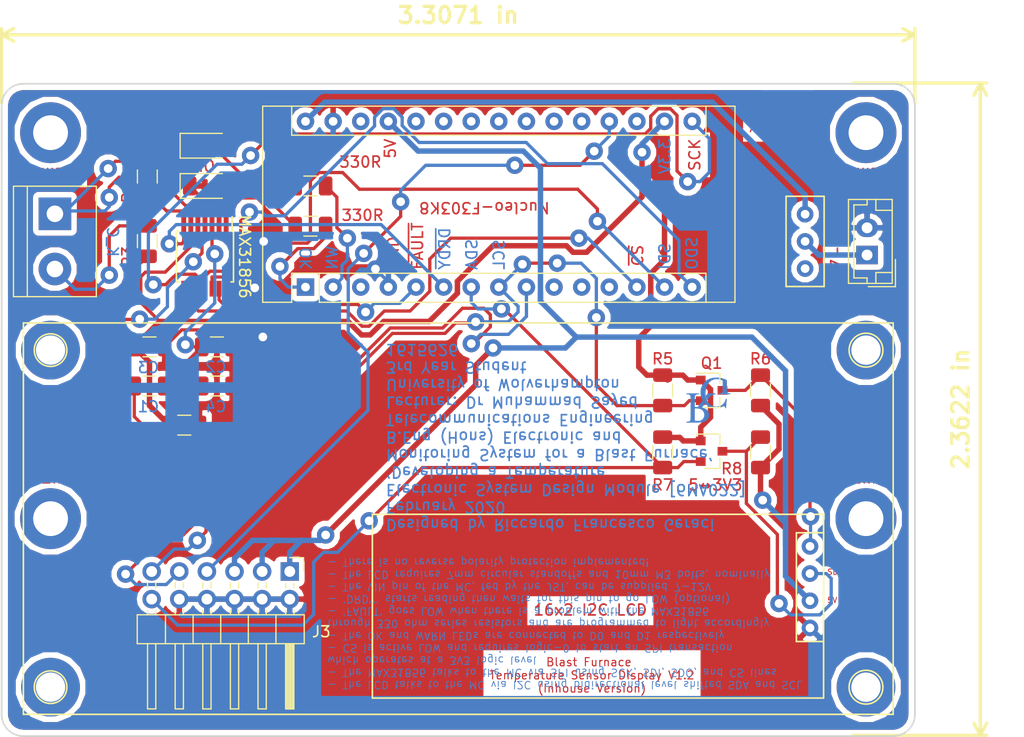
<source format=kicad_pcb>
(kicad_pcb (version 20171130) (host pcbnew "(5.0.0)")
  (layers (0 F.Cu signal) (31 B.Cu signal) (34 B.Paste user) (35 F.Paste user) (36 B.SilkS user) (37 F.SilkS user) (38 B.Mask user) (39 F.Mask user) (44 Edge.Cuts user))
  (net 0 "")
  (net 1 GND)
  (net 2 "Net-(A1-Pad30)")
  (net 3 "Net-(J2-Pad1)")
  (net 4 "Net-(A1-Pad1)")
  (net 5 "Net-(A1-Pad2)")
  (net 6 "Net-(D1-Pad2)")
  (net 7 "Net-(D2-Pad2)")
  (net 8 /SCK)
  (net 9 /SDO)
  (net 10 /SDI)
  (net 11 /CS)
  (net 12 5V)
  (net 13 /DRDY)
  (net 14 /FAULT)
  (net 15 3V3)
  (net 16 "Net-(C1-Pad1)")
  (net 17 "Net-(C1-Pad2)")
  (net 18 "Net-(J1-Pad2)")
  (net 19 "Net-(J1-Pad1)")
  (net 20 SDA_3V3)
  (net 21 SCL_3V3)
  (net 22 SCL_5V)
  (net 23 SDA_5V)
  (net 24 /A0)
  (net 25 /D6)
  (module "Blast Furnace PCB:16x2_LCD_I2C_BACKPACK" (layer F.Cu) (at 118.1 128.6)
    (fp_text reference U2 hide)
    (fp_text value I2C_16x2_LCD)
    (pad 1 thru_hole circle (at 33.35 10.05) (size 1.524 1.524) (drill 0.8) (layers *.Cu *.Mask) (net 1 GND))
    (pad 2 thru_hole circle (at 33.35 7.55) (size 1.524 1.524) (drill 0.8) (layers *.Cu *.Mask) (net 12 5V))
    (pad 3 thru_hole circle (at 33.35 5.05) (size 1.524 1.524) (drill 0.8) (layers *.Cu *.Mask) (net 23 SDA_5V))
    (pad 4 thru_hole circle (at 33.35 2.55) (size 1.524 1.524) (drill 0.8) (layers *.Cu *.Mask) (net 22 SCL_5V))
  )
  (module "LOGO:im calling the police" (layer F.Cu) (at 89.75 125.9)
    (fp_text reference G1 hide)
    (fp_text value LOGO hide)
    (fp_poly (pts (xy -0.101987 -0.012631) (xy -0.094612 -0.005182) (xy -0.084696 0.006809) (xy -0.075438 0.019185) (xy -0.064516 0.034239) (xy -0.04979 0.054335) (xy -0.032535 0.077744) (xy -0.014028 0.102734) (xy 0.004456 0.127575) (xy 0.006908 0.13086) (xy 0.05561 0.194445) (xy 0.101422 0.250731) (xy 0.144838 0.30018) (xy 0.186356 0.343253) (xy 0.226471 0.38041) (xy 0.265679 0.412114) (xy 0.304477 0.438825) (xy 0.34336 0.461004) (xy 0.380516 0.478167) (xy 0.447406 0.502442) (xy 0.518338 0.522104) (xy 0.589706 0.536173) (xy 0.599017 0.537567) (xy 0.620871 0.540608) (xy 0.635756 0.543051) (xy 0.644995 0.546012) (xy 0.64991 0.550605) (xy 0.651825 0.557946) (xy 0.652063 0.569149) (xy 0.651934 0.582164) (xy 0.651934 0.618067) (xy 0.293159 0.617919) (xy -0.065617 0.617771) (xy -0.145652 0.506851) (xy -0.225688 0.395931) (xy -0.218286 0.349307) (xy -0.211904 0.314346) (xy -0.203195 0.274153) (xy -0.192838 0.231412) (xy -0.181508 0.188807) (xy -0.169884 0.149022) (xy -0.160323 0.119559) (xy -0.152128 0.096531) (xy -0.143092 0.072391) (xy -0.133813 0.048606) (xy -0.12489 0.026642) (xy -0.11692 0.007966) (xy -0.110503 -0.005958) (xy -0.106235 -0.013662) (xy -0.10571 -0.014309) (xy -0.101987 -0.012631)) (layer F.Cu) (width 0.01))
    (fp_poly (pts (xy -1.404408 -2.060408) (xy -1.318036 -2.060148) (xy -1.239683 -2.059887) (xy -1.168902 -2.05962) (xy -1.105247 -2.05934) (xy -1.048271 -2.059043) (xy -0.997525 -2.058722) (xy -0.952563 -2.058372) (xy -0.912939 -2.057988) (xy -0.878204 -2.057563) (xy -0.847912 -2.057091) (xy -0.821616 -2.056568) (xy -0.798868 -2.055988) (xy -0.779222 -2.055344) (xy -0.76223 -2.054632) (xy -0.747446 -2.053846) (xy -0.734421 -2.052979) (xy -0.72271 -2.052027) (xy -0.719666 -2.05175) (xy -0.650836 -2.044739) (xy -0.589504 -2.03715) (xy -0.534715 -2.028795) (xy -0.48551 -2.019485) (xy -0.440931 -2.009033) (xy -0.400019 -1.997251) (xy -0.361819 -1.98395) (xy -0.34925 -1.979038) (xy -0.284516 -1.948974) (xy -0.223008 -1.912386) (xy -0.165441 -1.869992) (xy -0.112533 -1.822512) (xy -0.064998 -1.770666) (xy -0.023554 -1.715173) (xy 0.011083 -1.656752) (xy 0.038197 -1.596123) (xy 0.04182 -1.586181) (xy 0.052615 -1.553554) (xy 0.060794 -1.523498) (xy 0.066675 -1.49392) (xy 0.070574 -1.462727) (xy 0.072809 -1.427828) (xy 0.073699 -1.387129) (xy 0.073748 -1.375833) (xy 0.073357 -1.333697) (xy 0.071847 -1.297992) (xy 0.068941 -1.266721) (xy 0.064362 -1.237892) (xy 0.057833 -1.209509) (xy 0.049076 -1.179578) (xy 0.044537 -1.165672) (xy 0.017988 -1.099466) (xy -0.016057 -1.036387) (xy -0.056952 -0.977246) (xy -0.104049 -0.922856) (xy -0.156701 -0.874027) (xy -0.214262 -0.831571) (xy -0.229722 -0.821817) (xy -0.261945 -0.803362) (xy -0.299239 -0.783982) (xy -0.338565 -0.765173) (xy -0.376883 -0.748436) (xy -0.386246 -0.744633) (xy -0.403691 -0.738089) (xy -0.425384 -0.730584) (xy -0.449792 -0.722582) (xy -0.475379 -0.714545) (xy -0.500612 -0.706936) (xy -0.523957 -0.700217) (xy -0.54388 -0.694852) (xy -0.558845 -0.691303) (xy -0.567279 -0.690033) (xy -0.575175 -0.688173) (xy -0.57767 -0.686091) (xy -0.57574 -0.681995) (xy -0.569286 -0.671707) (xy -0.558764 -0.655887) (xy -0.544628 -0.635191) (xy -0.527331 -0.610278) (xy -0.50733 -0.581805) (xy -0.485077 -0.55043) (xy -0.461029 -0.516812) (xy -0.453036 -0.505699) (xy -0.428461 -0.471519) (xy -0.405456 -0.439418) (xy -0.384484 -0.410049) (xy -0.366009 -0.384066) (xy -0.350493 -0.362122) (xy -0.338399 -0.344871) (xy -0.330192 -0.332967) (xy -0.326333 -0.327063) (xy -0.326093 -0.326549) (xy -0.328773 -0.322201) (xy -0.335603 -0.313647) (xy -0.34328 -0.3048) (xy -0.369902 -0.273915) (xy -0.398122 -0.239123) (xy -0.426734 -0.202064) (xy -0.45453 -0.164379) (xy -0.480306 -0.127709) (xy -0.502854 -0.093695) (xy -0.520967 -0.063977) (xy -0.523038 -0.060329) (xy -0.52997 -0.048576) (xy -0.535358 -0.04052) (xy -0.5377 -0.038104) (xy -0.540452 -0.041453) (xy -0.547799 -0.051173) (xy -0.559382 -0.066769) (xy -0.574839 -0.087748) (xy -0.593809 -0.113617) (xy -0.615932 -0.143882) (xy -0.640846 -0.178049) (xy -0.668192 -0.215625) (xy -0.697607 -0.256116) (xy -0.728731 -0.299029) (xy -0.755139 -0.335492) (xy -0.970394 -0.632883) (xy -1.25095 -0.631337) (xy -1.250864 -0.185494) (xy -1.25084 -0.113284) (xy -1.250791 -0.049011) (xy -1.250709 0.007857) (xy -1.250586 0.057849) (xy -1.250414 0.101495) (xy -1.250187 0.139326) (xy -1.249895 0.171873) (xy -1.24953 0.199665) (xy -1.249086 0.223234) (xy -1.248554 0.243108) (xy -1.247926 0.25982) (xy -1.247195 0.273898) (xy -1.246351 0.285873) (xy -1.245389 0.296277) (xy -1.244299 0.305638) (xy -1.24348 0.311684) (xy -1.236496 0.352536) (xy -1.227926 0.3888) (xy -1.218148 0.419051) (xy -1.210695 0.436062) (xy -1.201509 0.449565) (xy -1.187201 0.465444) (xy -1.16989 0.481683) (xy -1.151691 0.496265) (xy -1.138057 0.505298) (xy -1.107504 0.52028) (xy -1.07278 0.531665) (xy -1.032949 0.539634) (xy -0.987079 0.544372) (xy -0.934235 0.546061) (xy -0.930275 0.54607) (xy -0.867833 0.5461) (xy -0.867833 0.618067) (xy -2.015066 0.618067) (xy -2.015066 0.547273) (xy -1.933575 0.544956) (xy -1.900823 0.543811) (xy -1.87489 0.542356) (xy -1.854128 0.540433) (xy -1.836891 0.537883) (xy -1.821532 0.534544) (xy -1.818886 0.53386) (xy -1.773505 0.518355) (xy -1.734745 0.497581) (xy -1.70258 0.47151) (xy -1.676983 0.440116) (xy -1.657926 0.403371) (xy -1.645385 0.361251) (xy -1.645095 0.359834) (xy -1.643407 0.351198) (xy -1.641846 0.342405) (xy -1.640405 0.33312) (xy -1.639082 0.323007) (xy -1.637871 0.311728) (xy -1.636768 0.298949) (xy -1.63577 0.284333) (xy -1.634871 0.267544) (xy -1.634067 0.248246) (xy -1.633355 0.226103) (xy -1.63273 0.200779) (xy -1.632187 0.171938) (xy -1.631723 0.139244) (xy -1.631332 0.10236) (xy -1.631011 0.060952) (xy -1.630756 0.014682) (xy -1.630561 -0.036784) (xy -1.630424 -0.093785) (xy -1.630338 -0.156654) (xy -1.630302 -0.225729) (xy -1.630308 -0.301345) (xy -1.630355 -0.383839) (xy -1.630437 -0.473546) (xy -1.63055 -0.570803) (xy -1.630689 -0.675946) (xy -1.630805 -0.757766) (xy -1.630963 -0.865151) (xy -1.631117 -0.964405) (xy -1.63127 -1.055865) (xy -1.631287 -1.06551) (xy -1.252288 -1.06551) (xy -1.252264 -1.009951) (xy -1.252206 -0.958705) (xy -1.252117 -0.912274) (xy -1.251997 -0.87116) (xy -1.251848 -0.835868) (xy -1.25167 -0.806901) (xy -1.251464 -0.784761) (xy -1.251231 -0.769952) (xy -1.250973 -0.762977) (xy -1.250903 -0.762511) (xy -1.246102 -0.760742) (xy -1.234002 -0.759446) (xy -1.215755 -0.7586) (xy -1.192513 -0.758183) (xy -1.165428 -0.758172) (xy -1.135655 -0.758545) (xy -1.104344 -0.75928) (xy -1.072649 -0.760355) (xy -1.041722 -0.761747) (xy -1.012716 -0.763434) (xy -0.986783 -0.765394) (xy -0.965075 -0.767606) (xy -0.961265 -0.768086) (xy -0.878726 -0.781834) (xy -0.802828 -0.80058) (xy -0.733289 -0.824446) (xy -0.66983 -0.853552) (xy -0.61217 -0.888022) (xy -0.560029 -0.927975) (xy -0.532053 -0.953859) (xy -0.487909 -1.001959) (xy -0.451457 -1.051595) (xy -0.42198 -1.10408) (xy -0.398762 -1.160726) (xy -0.381088 -1.222849) (xy -0.378137 -1.236133) (xy -0.374424 -1.26017) (xy -0.371882 -1.290389) (xy -0.370507 -1.324587) (xy -0.3703 -1.360562) (xy -0.371256 -1.396112) (xy -0.373376 -1.429033) (xy -0.376657 -1.457122) (xy -0.37833 -1.466696) (xy -0.395873 -1.53583) (xy -0.420077 -1.599768) (xy -0.450918 -1.658473) (xy -0.48837 -1.711911) (xy -0.532407 -1.760044) (xy -0.583006 -1.802836) (xy -0.636504 -1.838145) (xy -0.685184 -1.862377) (xy -0.739828 -1.882035) (xy -0.799112 -1.896861) (xy -0.861716 -1.906594) (xy -0.926317 -1.910975) (xy -0.991592 -1.909744) (xy -0.998659 -1.909262) (xy -1.036973 -1.90588) (xy -1.079477 -1.901151) (xy -1.123269 -1.89546) (xy -1.165446 -1.889195) (xy -1.203107 -1.882741) (xy -1.214967 -1.880453) (xy -1.25095 -1.87325) (xy -1.252038 -1.3208) (xy -1.252155 -1.253025) (xy -1.252235 -1.18755) (xy -1.252279 -1.124877) (xy -1.252288 -1.06551) (xy -1.631287 -1.06551) (xy -1.631424 -1.139865) (xy -1.631583 -1.216744) (xy -1.631749 -1.286835) (xy -1.631926 -1.350476) (xy -1.632116 -1.408003) (xy -1.632323 -1.459751) (xy -1.632549 -1.506056) (xy -1.632797 -1.547255) (xy -1.63307 -1.583684) (xy -1.633371 -1.615678) (xy -1.633704 -1.643574) (xy -1.63407 -1.667707) (xy -1.634474 -1.688414) (xy -1.634917 -1.706031) (xy -1.635403 -1.720893) (xy -1.635935 -1.733337) (xy -1.636516 -1.743699) (xy -1.637148 -1.752314) (xy -1.637836 -1.759519) (xy -1.63858 -1.76565) (xy -1.639385 -1.771043) (xy -1.639702 -1.772935) (xy -1.647548 -1.811117) (xy -1.657062 -1.844831) (xy -1.667805 -1.872732) (xy -1.678972 -1.892957) (xy -1.699015 -1.915675) (xy -1.7259 -1.936762) (xy -1.758031 -1.955273) (xy -1.793811 -1.970262) (xy -1.824566 -1.979218) (xy -1.844902 -1.982859) (xy -1.871531 -1.985646) (xy -1.905234 -1.987646) (xy -1.935691 -1.988672) (xy -2.015067 -1.990685) (xy -2.015066 -2.026428) (xy -2.015066 -2.062171) (xy -1.404408 -2.060408)) (layer F.Cu) (width 0.01))
    (fp_poly (pts (xy 1.606258 -0.727986) (xy 1.617262 -0.727297) (xy 1.623063 -0.725691) (xy 1.625292 -0.722798) (xy 1.6256 -0.719635) (xy 1.625939 -0.714291) (xy 1.626926 -0.701096) (xy 1.628513 -0.680636) (xy 1.630653 -0.653496) (xy 1.633299 -0.620263) (xy 1.636404 -0.581524) (xy 1.639921 -0.537865) (xy 1.643803 -0.489871) (xy 1.648003 -0.43813) (xy 1.652473 -0.383228) (xy 1.657167 -0.325751) (xy 1.659467 -0.297659) (xy 1.664242 -0.239339) (xy 1.668817 -0.183437) (xy 1.673145 -0.130529) (xy 1.677179 -0.081186) (xy 1.680872 -0.035982) (xy 1.684177 0.004509) (xy 1.687047 0.039714) (xy 1.689437 0.06906) (xy 1.691298 0.091973) (xy 1.692584 0.107879) (xy 1.693249 0.116206) (xy 1.693333 0.117347) (xy 1.689433 0.11791) (xy 1.679045 0.118075) (xy 1.664141 0.117827) (xy 1.658429 0.117646) (xy 1.623524 0.116417) (xy 1.61387 0.0889) (xy 1.587294 0.018349) (xy 1.557943 -0.050132) (xy 1.526611 -0.11489) (xy 1.49409 -0.174272) (xy 1.465542 -0.220133) (xy 1.4154 -0.288532) (xy 1.360667 -0.34988) (xy 1.301242 -0.404245) (xy 1.237021 -0.45169) (xy 1.1679 -0.492284) (xy 1.093778 -0.52609) (xy 1.014551 -0.553176) (xy 0.930117 -0.573607) (xy 0.905875 -0.578084) (xy 0.883975 -0.580979) (xy 0.855421 -0.583423) (xy 0.822014 -0.585375) (xy 0.785556 -0.586795) (xy 0.747851 -0.58764) (xy 0.710698 -0.58787) (xy 0.675901 -0.587445) (xy 0.645262 -0.586322) (xy 0.621442 -0.584552) (xy 0.532071 -0.57146) (xy 0.447045 -0.551101) (xy 0.366381 -0.523488) (xy 0.290096 -0.488631) (xy 0.21821 -0.446541) (xy 0.150739 -0.397231) (xy 0.087701 -0.34071) (xy 0.029115 -0.276992) (xy -0.025002 -0.206087) (xy -0.062132 -0.149043) (xy -0.108125 -0.066876) (xy -0.147756 0.01827) (xy -0.181549 0.107663) (xy -0.210026 0.202574) (xy -0.215399 0.2234) (xy -0.236854 0.32403) (xy -0.251968 0.429039) (xy -0.260682 0.537131) (xy -0.262939 0.647008) (xy -0.25868 0.757377) (xy -0.247847 0.866939) (xy -0.245136 0.886884) (xy -0.227789 0.985873) (xy -0.204195 1.083363) (xy -0.174712 1.178556) (xy -0.139698 1.270655) (xy -0.09951 1.358863) (xy -0.054506 1.442382) (xy -0.005043 1.520416) (xy 0.048522 1.592167) (xy 0.095033 1.645518) (xy 0.155416 1.703803) (xy 0.221925 1.756663) (xy 0.293914 1.803759) (xy 0.370737 1.844747) (xy 0.451748 1.879286) (xy 0.5363 1.907034) (xy 0.623749 1.927649) (xy 0.630767 1.928964) (xy 0.651745 1.931796) (xy 0.679364 1.934006) (xy 0.711817 1.935582) (xy 0.747301 1.936509) (xy 0.784009 1.936773) (xy 0.820138 1.936361) (xy 0.853883 1.935258) (xy 0.883437 1.933452) (xy 0.905934 1.931079) (xy 1.003574 1.913187) (xy 1.098893 1.887197) (xy 1.191536 1.853219) (xy 1.267883 1.818154) (xy 1.318683 1.792555) (xy 1.319935 1.394753) (xy 1.320149 1.312218) (xy 1.32023 1.237673) (xy 1.320153 1.170643) (xy 1.319893 1.110653) (xy 1.319425 1.057226) (xy 1.318724 1.009888) (xy 1.317765 0.968163) (xy 1.316524 0.931575) (xy 1.314975 0.899648) (xy 1.313094 0.871908) (xy 1.310856 0.847879) (xy 1.308235 0.827085) (xy 1.305208 0.80905) (xy 1.301748 0.7933) (xy 1.297832 0.779358) (xy 1.293434 0.766749) (xy 1.28853 0.754998) (xy 1.28619 0.749945) (xy 1.266646 0.718411) (xy 1.240296 0.690629) (xy 1.208303 0.667495) (xy 1.171831 0.6499) (xy 1.145117 0.64157) (xy 1.111127 0.63482) (xy 1.072294 0.629843) (xy 1.032128 0.627026) (xy 1.008703 0.626534) (xy 0.969434 0.626534) (xy 0.969434 0.550334) (xy 2.0066 0.550334) (xy 2.0066 0.626534) (xy 1.958975 0.626607) (xy 1.910292 0.629136) (xy 1.86793 0.636704) (xy 1.831255 0.649521) (xy 1.799633 0.667801) (xy 1.776601 0.687442) (xy 1.760472 0.705853) (xy 1.747155 0.726461) (xy 1.736077 0.750641) (xy 1.726667 0.779769) (xy 1.718355 0.81522) (xy 1.713993 0.8382) (xy 1.713135 0.846212) (xy 1.712339 0.860373) (xy 1.711604 0.880902) (xy 1.710927 0.908018) (xy 1.710304 0.94194) (xy 1.709734 0.982887) (xy 1.709212 1.031076) (xy 1.708737 1.086727) (xy 1.708305 1.15006) (xy 1.707914 1.221291) (xy 1.70756 1.300641) (xy 1.707368 1.351566) (xy 1.705636 1.837416) (xy 1.638243 1.871162) (xy 1.535027 1.919759) (xy 1.43379 1.960974) (xy 1.333126 1.995188) (xy 1.231631 2.022779) (xy 1.127899 2.044126) (xy 1.020524 2.05961) (xy 0.908102 2.069609) (xy 0.9017 2.07001) (xy 0.853157 2.072227) (xy 0.799239 2.073382) (xy 0.742968 2.073479) (xy 0.687369 2.072523) (xy 0.635464 2.07052) (xy 0.618067 2.069531) (xy 0.499693 2.058527) (xy 0.385968 2.040651) (xy 0.276969 2.015938) (xy 0.172773 1.984426) (xy 0.073457 1.946151) (xy -0.020903 1.90115) (xy -0.110228 1.84946) (xy -0.194444 1.791118) (xy -0.273472 1.726161) (xy -0.347235 1.654625) (xy -0.415657 1.576547) (xy -0.41793 1.573727) (xy -0.482566 1.486871) (xy -0.539545 1.396776) (xy -0.588762 1.303675) (xy -0.630112 1.207796) (xy -0.663489 1.10937) (xy -0.68879 1.008629) (xy -0.698146 0.95885) (xy -0.710303 0.866426) (xy -0.716572 0.770807) (xy -0.716973 0.674111) (xy -0.711522 0.578454) (xy -0.700238 0.485956) (xy -0.693797 0.448734) (xy -0.669751 0.344015) (xy -0.637634 0.240427) (xy -0.597833 0.138695) (xy -0.550735 0.039545) (xy -0.496726 -0.056298) (xy -0.436193 -0.148106) (xy -0.369522 -0.235153) (xy -0.2971 -0.316715) (xy -0.273382 -0.340931) (xy -0.195541 -0.413375) (xy -0.115018 -0.478052) (xy -0.031567 -0.535062) (xy 0.055056 -0.5845) (xy 0.145096 -0.626465) (xy 0.238795 -0.661054) (xy 0.3364 -0.688365) (xy 0.438153 -0.708494) (xy 0.544301 -0.721539) (xy 0.655085 -0.727599) (xy 0.697211 -0.728089) (xy 0.769026 -0.726918) (xy 0.834772 -0.723159) (xy 0.896516 -0.716569) (xy 0.956327 -0.706906) (xy 1.016272 -0.693926) (xy 1.0414 -0.68758) (xy 1.057014 -0.683366) (xy 1.073726 -0.678593) (xy 1.092286 -0.673016) (xy 1.11344 -0.666389) (xy 1.137937 -0.658465) (xy 1.166525 -0.649) (xy 1.199953 -0.637748) (xy 1.238968 -0.624464) (xy 1.284318 -0.608901) (xy 1.336753 -0.590814) (xy 1.348317 -0.586817) (xy 1.381313 -0.57574) (xy 1.407739 -0.567748) (xy 1.428825 -0.562637) (xy 1.445803 -0.560201) (xy 1.459903 -0.560238) (xy 1.472356 -0.56254) (xy 1.479678 -0.564974) (xy 1.499849 -0.576099) (xy 1.516228 -0.592924) (xy 1.529125 -0.616027) (xy 1.538851 -0.645985) (xy 1.545716 -0.683375) (xy 1.546435 -0.688975) (xy 1.55124 -0.728133) (xy 1.58842 -0.728133) (xy 1.606258 -0.727986)) (layer F.Cu) (width 0.01))
  )
  (module "LOGO:im calling the police" (layer B.Cu) (at 142.1 117.7)
    (fp_text reference G1 hide)
    (fp_text value LOGO hide)
    (fp_poly (pts (xy -0.101987 0.012631) (xy -0.094612 0.005182) (xy -0.084696 -0.006809) (xy -0.075438 -0.019185) (xy -0.064516 -0.034239) (xy -0.04979 -0.054335) (xy -0.032535 -0.077744) (xy -0.014028 -0.102734) (xy 0.004456 -0.127575) (xy 0.006908 -0.13086) (xy 0.05561 -0.194445) (xy 0.101422 -0.250731) (xy 0.144838 -0.30018) (xy 0.186356 -0.343253) (xy 0.226471 -0.38041) (xy 0.265679 -0.412114) (xy 0.304477 -0.438825) (xy 0.34336 -0.461004) (xy 0.380516 -0.478167) (xy 0.447406 -0.502442) (xy 0.518338 -0.522104) (xy 0.589706 -0.536173) (xy 0.599017 -0.537567) (xy 0.620871 -0.540608) (xy 0.635756 -0.543051) (xy 0.644995 -0.546012) (xy 0.64991 -0.550605) (xy 0.651825 -0.557946) (xy 0.652063 -0.569149) (xy 0.651934 -0.582164) (xy 0.651934 -0.618067) (xy 0.293159 -0.617919) (xy -0.065617 -0.617771) (xy -0.145652 -0.506851) (xy -0.225688 -0.395931) (xy -0.218286 -0.349307) (xy -0.211904 -0.314346) (xy -0.203195 -0.274153) (xy -0.192838 -0.231412) (xy -0.181508 -0.188807) (xy -0.169884 -0.149022) (xy -0.160323 -0.119559) (xy -0.152128 -0.096531) (xy -0.143092 -0.072391) (xy -0.133813 -0.048606) (xy -0.12489 -0.026642) (xy -0.11692 -0.007966) (xy -0.110503 0.005958) (xy -0.106235 0.013662) (xy -0.10571 0.014309) (xy -0.101987 0.012631)) (layer B.Cu) (width 0.01))
    (fp_poly (pts (xy -1.404408 2.060408) (xy -1.318036 2.060148) (xy -1.239683 2.059887) (xy -1.168902 2.05962) (xy -1.105247 2.05934) (xy -1.048271 2.059043) (xy -0.997525 2.058722) (xy -0.952563 2.058372) (xy -0.912939 2.057988) (xy -0.878204 2.057563) (xy -0.847912 2.057091) (xy -0.821616 2.056568) (xy -0.798868 2.055988) (xy -0.779222 2.055344) (xy -0.76223 2.054632) (xy -0.747446 2.053846) (xy -0.734421 2.052979) (xy -0.72271 2.052027) (xy -0.719666 2.05175) (xy -0.650836 2.044739) (xy -0.589504 2.03715) (xy -0.534715 2.028795) (xy -0.48551 2.019485) (xy -0.440931 2.009033) (xy -0.400019 1.997251) (xy -0.361819 1.98395) (xy -0.34925 1.979038) (xy -0.284516 1.948974) (xy -0.223008 1.912386) (xy -0.165441 1.869992) (xy -0.112533 1.822512) (xy -0.064998 1.770666) (xy -0.023554 1.715173) (xy 0.011083 1.656752) (xy 0.038197 1.596123) (xy 0.04182 1.586181) (xy 0.052615 1.553554) (xy 0.060794 1.523498) (xy 0.066675 1.49392) (xy 0.070574 1.462727) (xy 0.072809 1.427828) (xy 0.073699 1.387129) (xy 0.073748 1.375833) (xy 0.073357 1.333697) (xy 0.071847 1.297992) (xy 0.068941 1.266721) (xy 0.064362 1.237892) (xy 0.057833 1.209509) (xy 0.049076 1.179578) (xy 0.044537 1.165672) (xy 0.017988 1.099466) (xy -0.016057 1.036387) (xy -0.056952 0.977246) (xy -0.104049 0.922856) (xy -0.156701 0.874027) (xy -0.214262 0.831571) (xy -0.229722 0.821817) (xy -0.261945 0.803362) (xy -0.299239 0.783982) (xy -0.338565 0.765173) (xy -0.376883 0.748436) (xy -0.386246 0.744633) (xy -0.403691 0.738089) (xy -0.425384 0.730584) (xy -0.449792 0.722582) (xy -0.475379 0.714545) (xy -0.500612 0.706936) (xy -0.523957 0.700217) (xy -0.54388 0.694852) (xy -0.558845 0.691303) (xy -0.567279 0.690033) (xy -0.575175 0.688173) (xy -0.57767 0.686091) (xy -0.57574 0.681995) (xy -0.569286 0.671707) (xy -0.558764 0.655887) (xy -0.544628 0.635191) (xy -0.527331 0.610278) (xy -0.50733 0.581805) (xy -0.485077 0.55043) (xy -0.461029 0.516812) (xy -0.453036 0.505699) (xy -0.428461 0.471519) (xy -0.405456 0.439418) (xy -0.384484 0.410049) (xy -0.366009 0.384066) (xy -0.350493 0.362122) (xy -0.338399 0.344871) (xy -0.330192 0.332967) (xy -0.326333 0.327063) (xy -0.326093 0.326549) (xy -0.328773 0.322201) (xy -0.335603 0.313647) (xy -0.34328 0.3048) (xy -0.369902 0.273915) (xy -0.398122 0.239123) (xy -0.426734 0.202064) (xy -0.45453 0.164379) (xy -0.480306 0.127709) (xy -0.502854 0.093695) (xy -0.520967 0.063977) (xy -0.523038 0.060329) (xy -0.52997 0.048576) (xy -0.535358 0.04052) (xy -0.5377 0.038104) (xy -0.540452 0.041453) (xy -0.547799 0.051173) (xy -0.559382 0.066769) (xy -0.574839 0.087748) (xy -0.593809 0.113617) (xy -0.615932 0.143882) (xy -0.640846 0.178049) (xy -0.668192 0.215625) (xy -0.697607 0.256116) (xy -0.728731 0.299029) (xy -0.755139 0.335492) (xy -0.970394 0.632883) (xy -1.25095 0.631337) (xy -1.250864 0.185494) (xy -1.25084 0.113284) (xy -1.250791 0.049011) (xy -1.250709 -0.007857) (xy -1.250586 -0.057849) (xy -1.250414 -0.101495) (xy -1.250187 -0.139326) (xy -1.249895 -0.171873) (xy -1.24953 -0.199665) (xy -1.249086 -0.223234) (xy -1.248554 -0.243108) (xy -1.247926 -0.25982) (xy -1.247195 -0.273898) (xy -1.246351 -0.285873) (xy -1.245389 -0.296277) (xy -1.244299 -0.305638) (xy -1.24348 -0.311684) (xy -1.236496 -0.352536) (xy -1.227926 -0.3888) (xy -1.218148 -0.419051) (xy -1.210695 -0.436062) (xy -1.201509 -0.449565) (xy -1.187201 -0.465444) (xy -1.16989 -0.481683) (xy -1.151691 -0.496265) (xy -1.138057 -0.505298) (xy -1.107504 -0.52028) (xy -1.07278 -0.531665) (xy -1.032949 -0.539634) (xy -0.987079 -0.544372) (xy -0.934235 -0.546061) (xy -0.930275 -0.54607) (xy -0.867833 -0.5461) (xy -0.867833 -0.618067) (xy -2.015066 -0.618067) (xy -2.015066 -0.547273) (xy -1.933575 -0.544956) (xy -1.900823 -0.543811) (xy -1.87489 -0.542356) (xy -1.854128 -0.540433) (xy -1.836891 -0.537883) (xy -1.821532 -0.534544) (xy -1.818886 -0.53386) (xy -1.773505 -0.518355) (xy -1.734745 -0.497581) (xy -1.70258 -0.47151) (xy -1.676983 -0.440116) (xy -1.657926 -0.403371) (xy -1.645385 -0.361251) (xy -1.645095 -0.359834) (xy -1.643407 -0.351198) (xy -1.641846 -0.342405) (xy -1.640405 -0.33312) (xy -1.639082 -0.323007) (xy -1.637871 -0.311728) (xy -1.636768 -0.298949) (xy -1.63577 -0.284333) (xy -1.634871 -0.267544) (xy -1.634067 -0.248246) (xy -1.633355 -0.226103) (xy -1.63273 -0.200779) (xy -1.632187 -0.171938) (xy -1.631723 -0.139244) (xy -1.631332 -0.10236) (xy -1.631011 -0.060952) (xy -1.630756 -0.014682) (xy -1.630561 0.036784) (xy -1.630424 0.093785) (xy -1.630338 0.156654) (xy -1.630302 0.225729) (xy -1.630308 0.301345) (xy -1.630355 0.383839) (xy -1.630437 0.473546) (xy -1.63055 0.570803) (xy -1.630689 0.675946) (xy -1.630805 0.757766) (xy -1.630963 0.865151) (xy -1.631117 0.964405) (xy -1.63127 1.055865) (xy -1.631287 1.06551) (xy -1.252288 1.06551) (xy -1.252264 1.009951) (xy -1.252206 0.958705) (xy -1.252117 0.912274) (xy -1.251997 0.87116) (xy -1.251848 0.835868) (xy -1.25167 0.806901) (xy -1.251464 0.784761) (xy -1.251231 0.769952) (xy -1.250973 0.762977) (xy -1.250903 0.762511) (xy -1.246102 0.760742) (xy -1.234002 0.759446) (xy -1.215755 0.7586) (xy -1.192513 0.758183) (xy -1.165428 0.758172) (xy -1.135655 0.758545) (xy -1.104344 0.75928) (xy -1.072649 0.760355) (xy -1.041722 0.761747) (xy -1.012716 0.763434) (xy -0.986783 0.765394) (xy -0.965075 0.767606) (xy -0.961265 0.768086) (xy -0.878726 0.781834) (xy -0.802828 0.80058) (xy -0.733289 0.824446) (xy -0.66983 0.853552) (xy -0.61217 0.888022) (xy -0.560029 0.927975) (xy -0.532053 0.953859) (xy -0.487909 1.001959) (xy -0.451457 1.051595) (xy -0.42198 1.10408) (xy -0.398762 1.160726) (xy -0.381088 1.222849) (xy -0.378137 1.236133) (xy -0.374424 1.26017) (xy -0.371882 1.290389) (xy -0.370507 1.324587) (xy -0.3703 1.360562) (xy -0.371256 1.396112) (xy -0.373376 1.429033) (xy -0.376657 1.457122) (xy -0.37833 1.466696) (xy -0.395873 1.53583) (xy -0.420077 1.599768) (xy -0.450918 1.658473) (xy -0.48837 1.711911) (xy -0.532407 1.760044) (xy -0.583006 1.802836) (xy -0.636504 1.838145) (xy -0.685184 1.862377) (xy -0.739828 1.882035) (xy -0.799112 1.896861) (xy -0.861716 1.906594) (xy -0.926317 1.910975) (xy -0.991592 1.909744) (xy -0.998659 1.909262) (xy -1.036973 1.90588) (xy -1.079477 1.901151) (xy -1.123269 1.89546) (xy -1.165446 1.889195) (xy -1.203107 1.882741) (xy -1.214967 1.880453) (xy -1.25095 1.87325) (xy -1.252038 1.3208) (xy -1.252155 1.253025) (xy -1.252235 1.18755) (xy -1.252279 1.124877) (xy -1.252288 1.06551) (xy -1.631287 1.06551) (xy -1.631424 1.139865) (xy -1.631583 1.216744) (xy -1.631749 1.286835) (xy -1.631926 1.350476) (xy -1.632116 1.408003) (xy -1.632323 1.459751) (xy -1.632549 1.506056) (xy -1.632797 1.547255) (xy -1.63307 1.583684) (xy -1.633371 1.615678) (xy -1.633704 1.643574) (xy -1.63407 1.667707) (xy -1.634474 1.688414) (xy -1.634917 1.706031) (xy -1.635403 1.720893) (xy -1.635935 1.733337) (xy -1.636516 1.743699) (xy -1.637148 1.752314) (xy -1.637836 1.759519) (xy -1.63858 1.76565) (xy -1.639385 1.771043) (xy -1.639702 1.772935) (xy -1.647548 1.811117) (xy -1.657062 1.844831) (xy -1.667805 1.872732) (xy -1.678972 1.892957) (xy -1.699015 1.915675) (xy -1.7259 1.936762) (xy -1.758031 1.955273) (xy -1.793811 1.970262) (xy -1.824566 1.979218) (xy -1.844902 1.982859) (xy -1.871531 1.985646) (xy -1.905234 1.987646) (xy -1.935691 1.988672) (xy -2.015067 1.990685) (xy -2.015066 2.026428) (xy -2.015066 2.062171) (xy -1.404408 2.060408)) (layer B.Cu) (width 0.01))
    (fp_poly (pts (xy 1.606258 0.727986) (xy 1.617262 0.727297) (xy 1.623063 0.725691) (xy 1.625292 0.722798) (xy 1.6256 0.719635) (xy 1.625939 0.714291) (xy 1.626926 0.701096) (xy 1.628513 0.680636) (xy 1.630653 0.653496) (xy 1.633299 0.620263) (xy 1.636404 0.581524) (xy 1.639921 0.537865) (xy 1.643803 0.489871) (xy 1.648003 0.43813) (xy 1.652473 0.383228) (xy 1.657167 0.325751) (xy 1.659467 0.297659) (xy 1.664242 0.239339) (xy 1.668817 0.183437) (xy 1.673145 0.130529) (xy 1.677179 0.081186) (xy 1.680872 0.035982) (xy 1.684177 -0.004509) (xy 1.687047 -0.039714) (xy 1.689437 -0.06906) (xy 1.691298 -0.091973) (xy 1.692584 -0.107879) (xy 1.693249 -0.116206) (xy 1.693333 -0.117347) (xy 1.689433 -0.11791) (xy 1.679045 -0.118075) (xy 1.664141 -0.117827) (xy 1.658429 -0.117646) (xy 1.623524 -0.116417) (xy 1.61387 -0.0889) (xy 1.587294 -0.018349) (xy 1.557943 0.050132) (xy 1.526611 0.11489) (xy 1.49409 0.174272) (xy 1.465542 0.220133) (xy 1.4154 0.288532) (xy 1.360667 0.34988) (xy 1.301242 0.404245) (xy 1.237021 0.45169) (xy 1.1679 0.492284) (xy 1.093778 0.52609) (xy 1.014551 0.553176) (xy 0.930117 0.573607) (xy 0.905875 0.578084) (xy 0.883975 0.580979) (xy 0.855421 0.583423) (xy 0.822014 0.585375) (xy 0.785556 0.586795) (xy 0.747851 0.58764) (xy 0.710698 0.58787) (xy 0.675901 0.587445) (xy 0.645262 0.586322) (xy 0.621442 0.584552) (xy 0.532071 0.57146) (xy 0.447045 0.551101) (xy 0.366381 0.523488) (xy 0.290096 0.488631) (xy 0.21821 0.446541) (xy 0.150739 0.397231) (xy 0.087701 0.34071) (xy 0.029115 0.276992) (xy -0.025002 0.206087) (xy -0.062132 0.149043) (xy -0.108125 0.066876) (xy -0.147756 -0.01827) (xy -0.181549 -0.107663) (xy -0.210026 -0.202574) (xy -0.215399 -0.2234) (xy -0.236854 -0.32403) (xy -0.251968 -0.429039) (xy -0.260682 -0.537131) (xy -0.262939 -0.647008) (xy -0.25868 -0.757377) (xy -0.247847 -0.866939) (xy -0.245136 -0.886884) (xy -0.227789 -0.985873) (xy -0.204195 -1.083363) (xy -0.174712 -1.178556) (xy -0.139698 -1.270655) (xy -0.09951 -1.358863) (xy -0.054506 -1.442382) (xy -0.005043 -1.520416) (xy 0.048522 -1.592167) (xy 0.095033 -1.645518) (xy 0.155416 -1.703803) (xy 0.221925 -1.756663) (xy 0.293914 -1.803759) (xy 0.370737 -1.844747) (xy 0.451748 -1.879286) (xy 0.5363 -1.907034) (xy 0.623749 -1.927649) (xy 0.630767 -1.928964) (xy 0.651745 -1.931796) (xy 0.679364 -1.934006) (xy 0.711817 -1.935582) (xy 0.747301 -1.936509) (xy 0.784009 -1.936773) (xy 0.820138 -1.936361) (xy 0.853883 -1.935258) (xy 0.883437 -1.933452) (xy 0.905934 -1.931079) (xy 1.003574 -1.913187) (xy 1.098893 -1.887197) (xy 1.191536 -1.853219) (xy 1.267883 -1.818154) (xy 1.318683 -1.792555) (xy 1.319935 -1.394753) (xy 1.320149 -1.312218) (xy 1.32023 -1.237673) (xy 1.320153 -1.170643) (xy 1.319893 -1.110653) (xy 1.319425 -1.057226) (xy 1.318724 -1.009888) (xy 1.317765 -0.968163) (xy 1.316524 -0.931575) (xy 1.314975 -0.899648) (xy 1.313094 -0.871908) (xy 1.310856 -0.847879) (xy 1.308235 -0.827085) (xy 1.305208 -0.80905) (xy 1.301748 -0.7933) (xy 1.297832 -0.779358) (xy 1.293434 -0.766749) (xy 1.28853 -0.754998) (xy 1.28619 -0.749945) (xy 1.266646 -0.718411) (xy 1.240296 -0.690629) (xy 1.208303 -0.667495) (xy 1.171831 -0.6499) (xy 1.145117 -0.64157) (xy 1.111127 -0.63482) (xy 1.072294 -0.629843) (xy 1.032128 -0.627026) (xy 1.008703 -0.626534) (xy 0.969434 -0.626534) (xy 0.969434 -0.550334) (xy 2.0066 -0.550334) (xy 2.0066 -0.626534) (xy 1.958975 -0.626607) (xy 1.910292 -0.629136) (xy 1.86793 -0.636704) (xy 1.831255 -0.649521) (xy 1.799633 -0.667801) (xy 1.776601 -0.687442) (xy 1.760472 -0.705853) (xy 1.747155 -0.726461) (xy 1.736077 -0.750641) (xy 1.726667 -0.779769) (xy 1.718355 -0.81522) (xy 1.713993 -0.8382) (xy 1.713135 -0.846212) (xy 1.712339 -0.860373) (xy 1.711604 -0.880902) (xy 1.710927 -0.908018) (xy 1.710304 -0.94194) (xy 1.709734 -0.982887) (xy 1.709212 -1.031076) (xy 1.708737 -1.086727) (xy 1.708305 -1.15006) (xy 1.707914 -1.221291) (xy 1.70756 -1.300641) (xy 1.707368 -1.351566) (xy 1.705636 -1.837416) (xy 1.638243 -1.871162) (xy 1.535027 -1.919759) (xy 1.43379 -1.960974) (xy 1.333126 -1.995188) (xy 1.231631 -2.022779) (xy 1.127899 -2.044126) (xy 1.020524 -2.05961) (xy 0.908102 -2.069609) (xy 0.9017 -2.07001) (xy 0.853157 -2.072227) (xy 0.799239 -2.073382) (xy 0.742968 -2.073479) (xy 0.687369 -2.072523) (xy 0.635464 -2.07052) (xy 0.618067 -2.069531) (xy 0.499693 -2.058527) (xy 0.385968 -2.040651) (xy 0.276969 -2.015938) (xy 0.172773 -1.984426) (xy 0.073457 -1.946151) (xy -0.020903 -1.90115) (xy -0.110228 -1.84946) (xy -0.194444 -1.791118) (xy -0.273472 -1.726161) (xy -0.347235 -1.654625) (xy -0.415657 -1.576547) (xy -0.41793 -1.573727) (xy -0.482566 -1.486871) (xy -0.539545 -1.396776) (xy -0.588762 -1.303675) (xy -0.630112 -1.207796) (xy -0.663489 -1.10937) (xy -0.68879 -1.008629) (xy -0.698146 -0.95885) (xy -0.710303 -0.866426) (xy -0.716572 -0.770807) (xy -0.716973 -0.674111) (xy -0.711522 -0.578454) (xy -0.700238 -0.485956) (xy -0.693797 -0.448734) (xy -0.669751 -0.344015) (xy -0.637634 -0.240427) (xy -0.597833 -0.138695) (xy -0.550735 -0.039545) (xy -0.496726 0.056298) (xy -0.436193 0.148106) (xy -0.369522 0.235153) (xy -0.2971 0.316715) (xy -0.273382 0.340931) (xy -0.195541 0.413375) (xy -0.115018 0.478052) (xy -0.031567 0.535062) (xy 0.055056 0.5845) (xy 0.145096 0.626465) (xy 0.238795 0.661054) (xy 0.3364 0.688365) (xy 0.438153 0.708494) (xy 0.544301 0.721539) (xy 0.655085 0.727599) (xy 0.697211 0.728089) (xy 0.769026 0.726918) (xy 0.834772 0.723159) (xy 0.896516 0.716569) (xy 0.956327 0.706906) (xy 1.016272 0.693926) (xy 1.0414 0.68758) (xy 1.057014 0.683366) (xy 1.073726 0.678593) (xy 1.092286 0.673016) (xy 1.11344 0.666389) (xy 1.137937 0.658465) (xy 1.166525 0.649) (xy 1.199953 0.637748) (xy 1.238968 0.624464) (xy 1.284318 0.608901) (xy 1.336753 0.590814) (xy 1.348317 0.586817) (xy 1.381313 0.57574) (xy 1.407739 0.567748) (xy 1.428825 0.562637) (xy 1.445803 0.560201) (xy 1.459903 0.560238) (xy 1.472356 0.56254) (xy 1.479678 0.564974) (xy 1.499849 0.576099) (xy 1.516228 0.592924) (xy 1.529125 0.616027) (xy 1.538851 0.645985) (xy 1.545716 0.683375) (xy 1.546435 0.688975) (xy 1.55124 0.728133) (xy 1.58842 0.728133) (xy 1.606258 0.727986)) (layer B.Cu) (width 0.01))
  )
  (module Connector_PinHeader_2.54mm:PinHeader_2x06_P2.54mm_Horizontal (layer F.Cu) (at 103.6 133.46 270)
    (fp_text reference J3 (at 5.54 -2.9) (layer F.SilkS))
    (fp_text value Conn_02x06_Odd_Even)
    (pad 12 thru_hole oval (at 2.54 12.7 270) (size 1.7 1.7) (drill 1) (layers *.Cu *.Mask) (net 20 SDA_3V3))
    (pad 11 thru_hole oval (at 0 12.7 270) (size 1.7 1.7) (drill 1) (layers *.Cu *.Mask) (net 21 SCL_3V3))
    (pad 10 thru_hole oval (at 2.54 10.16 270) (size 1.7 1.7) (drill 1) (layers *.Cu *.Mask) (net 1 GND))
    (pad 9 thru_hole oval (at 0 10.16 270) (size 1.7 1.7) (drill 1) (layers *.Cu *.Mask) (net 25 /D6))
    (pad 8 thru_hole oval (at 2.54 7.62 270) (size 1.7 1.7) (drill 1) (layers *.Cu *.Mask) (net 1 GND))
    (pad 7 thru_hole oval (at 0 7.62 270) (size 1.7 1.7) (drill 1) (layers *.Cu *.Mask) (net 24 /A0))
    (pad 6 thru_hole oval (at 2.54 5.08 270) (size 1.7 1.7) (drill 1) (layers *.Cu *.Mask) (net 1 GND))
    (pad 5 thru_hole oval (at 0 5.08 270) (size 1.7 1.7) (drill 1) (layers *.Cu *.Mask) (net 12 5V))
    (pad 4 thru_hole oval (at 2.54 2.54 270) (size 1.7 1.7) (drill 1) (layers *.Cu *.Mask) (net 1 GND))
    (pad 3 thru_hole oval (at 0 2.54 270) (size 1.7 1.7) (drill 1) (layers *.Cu *.Mask) (net 12 5V))
    (pad 2 thru_hole oval (at 2.54 0 270) (size 1.7 1.7) (drill 1) (layers *.Cu *.Mask) (net 1 GND))
    (pad 1 thru_hole rect (at 0 0 270) (size 1.7 1.7) (drill 1) (layers *.Cu *.Mask) (net 12 5V))
  )
  (module "LOGO:im calling the police" (layer F.Cu) (at 89.5 92.2 180)
    (fp_text reference G1 hide)
    (fp_text value LOGO hide)
    (fp_poly (pts (xy 1.606258 -0.727986) (xy 1.617262 -0.727297) (xy 1.623063 -0.725691) (xy 1.625292 -0.722798) (xy 1.6256 -0.719635) (xy 1.625939 -0.714291) (xy 1.626926 -0.701096) (xy 1.628513 -0.680636) (xy 1.630653 -0.653496) (xy 1.633299 -0.620263) (xy 1.636404 -0.581524) (xy 1.639921 -0.537865) (xy 1.643803 -0.489871) (xy 1.648003 -0.43813) (xy 1.652473 -0.383228) (xy 1.657167 -0.325751) (xy 1.659467 -0.297659) (xy 1.664242 -0.239339) (xy 1.668817 -0.183437) (xy 1.673145 -0.130529) (xy 1.677179 -0.081186) (xy 1.680872 -0.035982) (xy 1.684177 0.004509) (xy 1.687047 0.039714) (xy 1.689437 0.06906) (xy 1.691298 0.091973) (xy 1.692584 0.107879) (xy 1.693249 0.116206) (xy 1.693333 0.117347) (xy 1.689433 0.11791) (xy 1.679045 0.118075) (xy 1.664141 0.117827) (xy 1.658429 0.117646) (xy 1.623524 0.116417) (xy 1.61387 0.0889) (xy 1.587294 0.018349) (xy 1.557943 -0.050132) (xy 1.526611 -0.11489) (xy 1.49409 -0.174272) (xy 1.465542 -0.220133) (xy 1.4154 -0.288532) (xy 1.360667 -0.34988) (xy 1.301242 -0.404245) (xy 1.237021 -0.45169) (xy 1.1679 -0.492284) (xy 1.093778 -0.52609) (xy 1.014551 -0.553176) (xy 0.930117 -0.573607) (xy 0.905875 -0.578084) (xy 0.883975 -0.580979) (xy 0.855421 -0.583423) (xy 0.822014 -0.585375) (xy 0.785556 -0.586795) (xy 0.747851 -0.58764) (xy 0.710698 -0.58787) (xy 0.675901 -0.587445) (xy 0.645262 -0.586322) (xy 0.621442 -0.584552) (xy 0.532071 -0.57146) (xy 0.447045 -0.551101) (xy 0.366381 -0.523488) (xy 0.290096 -0.488631) (xy 0.21821 -0.446541) (xy 0.150739 -0.397231) (xy 0.087701 -0.34071) (xy 0.029115 -0.276992) (xy -0.025002 -0.206087) (xy -0.062132 -0.149043) (xy -0.108125 -0.066876) (xy -0.147756 0.01827) (xy -0.181549 0.107663) (xy -0.210026 0.202574) (xy -0.215399 0.2234) (xy -0.236854 0.32403) (xy -0.251968 0.429039) (xy -0.260682 0.537131) (xy -0.262939 0.647008) (xy -0.25868 0.757377) (xy -0.247847 0.866939) (xy -0.245136 0.886884) (xy -0.227789 0.985873) (xy -0.204195 1.083363) (xy -0.174712 1.178556) (xy -0.139698 1.270655) (xy -0.09951 1.358863) (xy -0.054506 1.442382) (xy -0.005043 1.520416) (xy 0.048522 1.592167) (xy 0.095033 1.645518) (xy 0.155416 1.703803) (xy 0.221925 1.756663) (xy 0.293914 1.803759) (xy 0.370737 1.844747) (xy 0.451748 1.879286) (xy 0.5363 1.907034) (xy 0.623749 1.927649) (xy 0.630767 1.928964) (xy 0.651745 1.931796) (xy 0.679364 1.934006) (xy 0.711817 1.935582) (xy 0.747301 1.936509) (xy 0.784009 1.936773) (xy 0.820138 1.936361) (xy 0.853883 1.935258) (xy 0.883437 1.933452) (xy 0.905934 1.931079) (xy 1.003574 1.913187) (xy 1.098893 1.887197) (xy 1.191536 1.853219) (xy 1.267883 1.818154) (xy 1.318683 1.792555) (xy 1.319935 1.394753) (xy 1.320149 1.312218) (xy 1.32023 1.237673) (xy 1.320153 1.170643) (xy 1.319893 1.110653) (xy 1.319425 1.057226) (xy 1.318724 1.009888) (xy 1.317765 0.968163) (xy 1.316524 0.931575) (xy 1.314975 0.899648) (xy 1.313094 0.871908) (xy 1.310856 0.847879) (xy 1.308235 0.827085) (xy 1.305208 0.80905) (xy 1.301748 0.7933) (xy 1.297832 0.779358) (xy 1.293434 0.766749) (xy 1.28853 0.754998) (xy 1.28619 0.749945) (xy 1.266646 0.718411) (xy 1.240296 0.690629) (xy 1.208303 0.667495) (xy 1.171831 0.6499) (xy 1.145117 0.64157) (xy 1.111127 0.63482) (xy 1.072294 0.629843) (xy 1.032128 0.627026) (xy 1.008703 0.626534) (xy 0.969434 0.626534) (xy 0.969434 0.550334) (xy 2.0066 0.550334) (xy 2.0066 0.626534) (xy 1.958975 0.626607) (xy 1.910292 0.629136) (xy 1.86793 0.636704) (xy 1.831255 0.649521) (xy 1.799633 0.667801) (xy 1.776601 0.687442) (xy 1.760472 0.705853) (xy 1.747155 0.726461) (xy 1.736077 0.750641) (xy 1.726667 0.779769) (xy 1.718355 0.81522) (xy 1.713993 0.8382) (xy 1.713135 0.846212) (xy 1.712339 0.860373) (xy 1.711604 0.880902) (xy 1.710927 0.908018) (xy 1.710304 0.94194) (xy 1.709734 0.982887) (xy 1.709212 1.031076) (xy 1.708737 1.086727) (xy 1.708305 1.15006) (xy 1.707914 1.221291) (xy 1.70756 1.300641) (xy 1.707368 1.351566) (xy 1.705636 1.837416) (xy 1.638243 1.871162) (xy 1.535027 1.919759) (xy 1.43379 1.960974) (xy 1.333126 1.995188) (xy 1.231631 2.022779) (xy 1.127899 2.044126) (xy 1.020524 2.05961) (xy 0.908102 2.069609) (xy 0.9017 2.07001) (xy 0.853157 2.072227) (xy 0.799239 2.073382) (xy 0.742968 2.073479) (xy 0.687369 2.072523) (xy 0.635464 2.07052) (xy 0.618067 2.069531) (xy 0.499693 2.058527) (xy 0.385968 2.040651) (xy 0.276969 2.015938) (xy 0.172773 1.984426) (xy 0.073457 1.946151) (xy -0.020903 1.90115) (xy -0.110228 1.84946) (xy -0.194444 1.791118) (xy -0.273472 1.726161) (xy -0.347235 1.654625) (xy -0.415657 1.576547) (xy -0.41793 1.573727) (xy -0.482566 1.486871) (xy -0.539545 1.396776) (xy -0.588762 1.303675) (xy -0.630112 1.207796) (xy -0.663489 1.10937) (xy -0.68879 1.008629) (xy -0.698146 0.95885) (xy -0.710303 0.866426) (xy -0.716572 0.770807) (xy -0.716973 0.674111) (xy -0.711522 0.578454) (xy -0.700238 0.485956) (xy -0.693797 0.448734) (xy -0.669751 0.344015) (xy -0.637634 0.240427) (xy -0.597833 0.138695) (xy -0.550735 0.039545) (xy -0.496726 -0.056298) (xy -0.436193 -0.148106) (xy -0.369522 -0.235153) (xy -0.2971 -0.316715) (xy -0.273382 -0.340931) (xy -0.195541 -0.413375) (xy -0.115018 -0.478052) (xy -0.031567 -0.535062) (xy 0.055056 -0.5845) (xy 0.145096 -0.626465) (xy 0.238795 -0.661054) (xy 0.3364 -0.688365) (xy 0.438153 -0.708494) (xy 0.544301 -0.721539) (xy 0.655085 -0.727599) (xy 0.697211 -0.728089) (xy 0.769026 -0.726918) (xy 0.834772 -0.723159) (xy 0.896516 -0.716569) (xy 0.956327 -0.706906) (xy 1.016272 -0.693926) (xy 1.0414 -0.68758) (xy 1.057014 -0.683366) (xy 1.073726 -0.678593) (xy 1.092286 -0.673016) (xy 1.11344 -0.666389) (xy 1.137937 -0.658465) (xy 1.166525 -0.649) (xy 1.199953 -0.637748) (xy 1.238968 -0.624464) (xy 1.284318 -0.608901) (xy 1.336753 -0.590814) (xy 1.348317 -0.586817) (xy 1.381313 -0.57574) (xy 1.407739 -0.567748) (xy 1.428825 -0.562637) (xy 1.445803 -0.560201) (xy 1.459903 -0.560238) (xy 1.472356 -0.56254) (xy 1.479678 -0.564974) (xy 1.499849 -0.576099) (xy 1.516228 -0.592924) (xy 1.529125 -0.616027) (xy 1.538851 -0.645985) (xy 1.545716 -0.683375) (xy 1.546435 -0.688975) (xy 1.55124 -0.728133) (xy 1.58842 -0.728133) (xy 1.606258 -0.727986)) (layer F.Cu) (width 0.01))
    (fp_poly (pts (xy -1.404408 -2.060408) (xy -1.318036 -2.060148) (xy -1.239683 -2.059887) (xy -1.168902 -2.05962) (xy -1.105247 -2.05934) (xy -1.048271 -2.059043) (xy -0.997525 -2.058722) (xy -0.952563 -2.058372) (xy -0.912939 -2.057988) (xy -0.878204 -2.057563) (xy -0.847912 -2.057091) (xy -0.821616 -2.056568) (xy -0.798868 -2.055988) (xy -0.779222 -2.055344) (xy -0.76223 -2.054632) (xy -0.747446 -2.053846) (xy -0.734421 -2.052979) (xy -0.72271 -2.052027) (xy -0.719666 -2.05175) (xy -0.650836 -2.044739) (xy -0.589504 -2.03715) (xy -0.534715 -2.028795) (xy -0.48551 -2.019485) (xy -0.440931 -2.009033) (xy -0.400019 -1.997251) (xy -0.361819 -1.98395) (xy -0.34925 -1.979038) (xy -0.284516 -1.948974) (xy -0.223008 -1.912386) (xy -0.165441 -1.869992) (xy -0.112533 -1.822512) (xy -0.064998 -1.770666) (xy -0.023554 -1.715173) (xy 0.011083 -1.656752) (xy 0.038197 -1.596123) (xy 0.04182 -1.586181) (xy 0.052615 -1.553554) (xy 0.060794 -1.523498) (xy 0.066675 -1.49392) (xy 0.070574 -1.462727) (xy 0.072809 -1.427828) (xy 0.073699 -1.387129) (xy 0.073748 -1.375833) (xy 0.073357 -1.333697) (xy 0.071847 -1.297992) (xy 0.068941 -1.266721) (xy 0.064362 -1.237892) (xy 0.057833 -1.209509) (xy 0.049076 -1.179578) (xy 0.044537 -1.165672) (xy 0.017988 -1.099466) (xy -0.016057 -1.036387) (xy -0.056952 -0.977246) (xy -0.104049 -0.922856) (xy -0.156701 -0.874027) (xy -0.214262 -0.831571) (xy -0.229722 -0.821817) (xy -0.261945 -0.803362) (xy -0.299239 -0.783982) (xy -0.338565 -0.765173) (xy -0.376883 -0.748436) (xy -0.386246 -0.744633) (xy -0.403691 -0.738089) (xy -0.425384 -0.730584) (xy -0.449792 -0.722582) (xy -0.475379 -0.714545) (xy -0.500612 -0.706936) (xy -0.523957 -0.700217) (xy -0.54388 -0.694852) (xy -0.558845 -0.691303) (xy -0.567279 -0.690033) (xy -0.575175 -0.688173) (xy -0.57767 -0.686091) (xy -0.57574 -0.681995) (xy -0.569286 -0.671707) (xy -0.558764 -0.655887) (xy -0.544628 -0.635191) (xy -0.527331 -0.610278) (xy -0.50733 -0.581805) (xy -0.485077 -0.55043) (xy -0.461029 -0.516812) (xy -0.453036 -0.505699) (xy -0.428461 -0.471519) (xy -0.405456 -0.439418) (xy -0.384484 -0.410049) (xy -0.366009 -0.384066) (xy -0.350493 -0.362122) (xy -0.338399 -0.344871) (xy -0.330192 -0.332967) (xy -0.326333 -0.327063) (xy -0.326093 -0.326549) (xy -0.328773 -0.322201) (xy -0.335603 -0.313647) (xy -0.34328 -0.3048) (xy -0.369902 -0.273915) (xy -0.398122 -0.239123) (xy -0.426734 -0.202064) (xy -0.45453 -0.164379) (xy -0.480306 -0.127709) (xy -0.502854 -0.093695) (xy -0.520967 -0.063977) (xy -0.523038 -0.060329) (xy -0.52997 -0.048576) (xy -0.535358 -0.04052) (xy -0.5377 -0.038104) (xy -0.540452 -0.041453) (xy -0.547799 -0.051173) (xy -0.559382 -0.066769) (xy -0.574839 -0.087748) (xy -0.593809 -0.113617) (xy -0.615932 -0.143882) (xy -0.640846 -0.178049) (xy -0.668192 -0.215625) (xy -0.697607 -0.256116) (xy -0.728731 -0.299029) (xy -0.755139 -0.335492) (xy -0.970394 -0.632883) (xy -1.25095 -0.631337) (xy -1.250864 -0.185494) (xy -1.25084 -0.113284) (xy -1.250791 -0.049011) (xy -1.250709 0.007857) (xy -1.250586 0.057849) (xy -1.250414 0.101495) (xy -1.250187 0.139326) (xy -1.249895 0.171873) (xy -1.24953 0.199665) (xy -1.249086 0.223234) (xy -1.248554 0.243108) (xy -1.247926 0.25982) (xy -1.247195 0.273898) (xy -1.246351 0.285873) (xy -1.245389 0.296277) (xy -1.244299 0.305638) (xy -1.24348 0.311684) (xy -1.236496 0.352536) (xy -1.227926 0.3888) (xy -1.218148 0.419051) (xy -1.210695 0.436062) (xy -1.201509 0.449565) (xy -1.187201 0.465444) (xy -1.16989 0.481683) (xy -1.151691 0.496265) (xy -1.138057 0.505298) (xy -1.107504 0.52028) (xy -1.07278 0.531665) (xy -1.032949 0.539634) (xy -0.987079 0.544372) (xy -0.934235 0.546061) (xy -0.930275 0.54607) (xy -0.867833 0.5461) (xy -0.867833 0.618067) (xy -2.015066 0.618067) (xy -2.015066 0.547273) (xy -1.933575 0.544956) (xy -1.900823 0.543811) (xy -1.87489 0.542356) (xy -1.854128 0.540433) (xy -1.836891 0.537883) (xy -1.821532 0.534544) (xy -1.818886 0.53386) (xy -1.773505 0.518355) (xy -1.734745 0.497581) (xy -1.70258 0.47151) (xy -1.676983 0.440116) (xy -1.657926 0.403371) (xy -1.645385 0.361251) (xy -1.645095 0.359834) (xy -1.643407 0.351198) (xy -1.641846 0.342405) (xy -1.640405 0.33312) (xy -1.639082 0.323007) (xy -1.637871 0.311728) (xy -1.636768 0.298949) (xy -1.63577 0.284333) (xy -1.634871 0.267544) (xy -1.634067 0.248246) (xy -1.633355 0.226103) (xy -1.63273 0.200779) (xy -1.632187 0.171938) (xy -1.631723 0.139244) (xy -1.631332 0.10236) (xy -1.631011 0.060952) (xy -1.630756 0.014682) (xy -1.630561 -0.036784) (xy -1.630424 -0.093785) (xy -1.630338 -0.156654) (xy -1.630302 -0.225729) (xy -1.630308 -0.301345) (xy -1.630355 -0.383839) (xy -1.630437 -0.473546) (xy -1.63055 -0.570803) (xy -1.630689 -0.675946) (xy -1.630805 -0.757766) (xy -1.630963 -0.865151) (xy -1.631117 -0.964405) (xy -1.63127 -1.055865) (xy -1.631287 -1.06551) (xy -1.252288 -1.06551) (xy -1.252264 -1.009951) (xy -1.252206 -0.958705) (xy -1.252117 -0.912274) (xy -1.251997 -0.87116) (xy -1.251848 -0.835868) (xy -1.25167 -0.806901) (xy -1.251464 -0.784761) (xy -1.251231 -0.769952) (xy -1.250973 -0.762977) (xy -1.250903 -0.762511) (xy -1.246102 -0.760742) (xy -1.234002 -0.759446) (xy -1.215755 -0.7586) (xy -1.192513 -0.758183) (xy -1.165428 -0.758172) (xy -1.135655 -0.758545) (xy -1.104344 -0.75928) (xy -1.072649 -0.760355) (xy -1.041722 -0.761747) (xy -1.012716 -0.763434) (xy -0.986783 -0.765394) (xy -0.965075 -0.767606) (xy -0.961265 -0.768086) (xy -0.878726 -0.781834) (xy -0.802828 -0.80058) (xy -0.733289 -0.824446) (xy -0.66983 -0.853552) (xy -0.61217 -0.888022) (xy -0.560029 -0.927975) (xy -0.532053 -0.953859) (xy -0.487909 -1.001959) (xy -0.451457 -1.051595) (xy -0.42198 -1.10408) (xy -0.398762 -1.160726) (xy -0.381088 -1.222849) (xy -0.378137 -1.236133) (xy -0.374424 -1.26017) (xy -0.371882 -1.290389) (xy -0.370507 -1.324587) (xy -0.3703 -1.360562) (xy -0.371256 -1.396112) (xy -0.373376 -1.429033) (xy -0.376657 -1.457122) (xy -0.37833 -1.466696) (xy -0.395873 -1.53583) (xy -0.420077 -1.599768) (xy -0.450918 -1.658473) (xy -0.48837 -1.711911) (xy -0.532407 -1.760044) (xy -0.583006 -1.802836) (xy -0.636504 -1.838145) (xy -0.685184 -1.862377) (xy -0.739828 -1.882035) (xy -0.799112 -1.896861) (xy -0.861716 -1.906594) (xy -0.926317 -1.910975) (xy -0.991592 -1.909744) (xy -0.998659 -1.909262) (xy -1.036973 -1.90588) (xy -1.079477 -1.901151) (xy -1.123269 -1.89546) (xy -1.165446 -1.889195) (xy -1.203107 -1.882741) (xy -1.214967 -1.880453) (xy -1.25095 -1.87325) (xy -1.252038 -1.3208) (xy -1.252155 -1.253025) (xy -1.252235 -1.18755) (xy -1.252279 -1.124877) (xy -1.252288 -1.06551) (xy -1.631287 -1.06551) (xy -1.631424 -1.139865) (xy -1.631583 -1.216744) (xy -1.631749 -1.286835) (xy -1.631926 -1.350476) (xy -1.632116 -1.408003) (xy -1.632323 -1.459751) (xy -1.632549 -1.506056) (xy -1.632797 -1.547255) (xy -1.63307 -1.583684) (xy -1.633371 -1.615678) (xy -1.633704 -1.643574) (xy -1.63407 -1.667707) (xy -1.634474 -1.688414) (xy -1.634917 -1.706031) (xy -1.635403 -1.720893) (xy -1.635935 -1.733337) (xy -1.636516 -1.743699) (xy -1.637148 -1.752314) (xy -1.637836 -1.759519) (xy -1.63858 -1.76565) (xy -1.639385 -1.771043) (xy -1.639702 -1.772935) (xy -1.647548 -1.811117) (xy -1.657062 -1.844831) (xy -1.667805 -1.872732) (xy -1.678972 -1.892957) (xy -1.699015 -1.915675) (xy -1.7259 -1.936762) (xy -1.758031 -1.955273) (xy -1.793811 -1.970262) (xy -1.824566 -1.979218) (xy -1.844902 -1.982859) (xy -1.871531 -1.985646) (xy -1.905234 -1.987646) (xy -1.935691 -1.988672) (xy -2.015067 -1.990685) (xy -2.015066 -2.026428) (xy -2.015066 -2.062171) (xy -1.404408 -2.060408)) (layer F.Cu) (width 0.01))
    (fp_poly (pts (xy -0.101987 -0.012631) (xy -0.094612 -0.005182) (xy -0.084696 0.006809) (xy -0.075438 0.019185) (xy -0.064516 0.034239) (xy -0.04979 0.054335) (xy -0.032535 0.077744) (xy -0.014028 0.102734) (xy 0.004456 0.127575) (xy 0.006908 0.13086) (xy 0.05561 0.194445) (xy 0.101422 0.250731) (xy 0.144838 0.30018) (xy 0.186356 0.343253) (xy 0.226471 0.38041) (xy 0.265679 0.412114) (xy 0.304477 0.438825) (xy 0.34336 0.461004) (xy 0.380516 0.478167) (xy 0.447406 0.502442) (xy 0.518338 0.522104) (xy 0.589706 0.536173) (xy 0.599017 0.537567) (xy 0.620871 0.540608) (xy 0.635756 0.543051) (xy 0.644995 0.546012) (xy 0.64991 0.550605) (xy 0.651825 0.557946) (xy 0.652063 0.569149) (xy 0.651934 0.582164) (xy 0.651934 0.618067) (xy 0.293159 0.617919) (xy -0.065617 0.617771) (xy -0.145652 0.506851) (xy -0.225688 0.395931) (xy -0.218286 0.349307) (xy -0.211904 0.314346) (xy -0.203195 0.274153) (xy -0.192838 0.231412) (xy -0.181508 0.188807) (xy -0.169884 0.149022) (xy -0.160323 0.119559) (xy -0.152128 0.096531) (xy -0.143092 0.072391) (xy -0.133813 0.048606) (xy -0.12489 0.026642) (xy -0.11692 0.007966) (xy -0.110503 -0.005958) (xy -0.106235 -0.013662) (xy -0.10571 -0.014309) (xy -0.101987 -0.012631)) (layer F.Cu) (width 0.01))
  )
  (module MountingHole:MountingHole_3.2mm_M3_DIN965_Pad (layer F.Cu) (at 156.6 128.6)
    (fp_text reference HL3 hide)
    (fp_text value MountingHole_3.2mm_M3_DIN965_Pad)
    (pad 1 thru_hole circle (at 0 0) (size 5.6 5.6) (drill 3.2) (layers *.Cu *.Mask))
  )
  (module MountingHole:MountingHole_3.2mm_M3_DIN965_Pad (layer F.Cu) (at 81.6 128.6)
    (fp_text reference HL8 hide)
    (fp_text value MountingHole_3.2mm_M3_DIN965_Pad)
    (pad 1 thru_hole circle (at 0 0) (size 5.6 5.6) (drill 3.2) (layers *.Cu *.Mask))
  )
  (module MountingHole:MountingHole_2.7mm_Pad (layer F.Cu) (at 81.6 113.1)
    (fp_text reference HL7 hide)
    (fp_text value MountingHole_2.7mm_Pad)
    (pad 1 thru_hole circle (at 0 0) (size 5.4 5.4) (drill 2.7) (layers *.Cu *.Mask))
  )
  (module MountingHole:MountingHole_2.7mm_Pad (layer F.Cu) (at 156.6 113.1)
    (fp_text reference HL4 hide)
    (fp_text value MountingHole_2.7mm_Pad)
    (pad 1 thru_hole circle (at 0 0) (size 5.4 5.4) (drill 2.7) (layers *.Cu *.Mask))
  )
  (module "Blast Furnace PCB:50VDC_0.5_SPDT_SWITCH" (layer F.Cu) (at 151 103.1 270)
    (fp_text reference SW1 hide)
    (fp_text value POWER_SWITCH)
    (pad 1 thru_hole circle (at -2.5 0 270) (size 1.524 1.524) (drill 0.8) (layers *.Cu *.Mask) (net 2 "Net-(A1-Pad30)"))
    (pad 3 thru_hole circle (at 2.5 0 270) (size 1.524 1.524) (drill 0.8) (layers *.Cu *.Mask))
    (pad 2 thru_hole circle (at 0 0 270) (size 1.524 1.524) (drill 0.8) (layers *.Cu *.Mask) (net 3 "Net-(J2-Pad1)"))
  )
  (module "Blast Furnace PCB:Arduino_Nano_Header_Nucleo_F303K8" (layer F.Cu) (at 105.05 107.3 90)
    (fp_text reference A1 hide)
    (fp_text value STM32_Nucleo_F303K8)
    (pad 1 thru_hole rect (at 0 0 90) (size 1.6 1.6) (drill 0.8) (layers *.Cu *.Mask) (net 4 "Net-(A1-Pad1)"))
    (pad 17 thru_hole oval (at 15.24 33.02 90) (size 1.6 1.6) (drill 0.8) (layers *.Cu *.Mask) (net 15 3V3))
    (pad 2 thru_hole oval (at 0 2.54 90) (size 1.6 1.6) (drill 0.8) (layers *.Cu *.Mask) (net 5 "Net-(A1-Pad2)"))
    (pad 18 thru_hole oval (at 15.24 30.48 90) (size 1.6 1.6) (drill 0.8) (layers *.Cu *.Mask))
    (pad 3 thru_hole oval (at 0 5.08 90) (size 1.6 1.6) (drill 0.8) (layers *.Cu *.Mask))
    (pad 19 thru_hole oval (at 15.24 27.94 90) (size 1.6 1.6) (drill 0.8) (layers *.Cu *.Mask) (net 24 /A0))
    (pad 4 thru_hole oval (at 0 7.62 90) (size 1.6 1.6) (drill 0.8) (layers *.Cu *.Mask) (net 1 GND))
    (pad 20 thru_hole oval (at 15.24 25.4 90) (size 1.6 1.6) (drill 0.8) (layers *.Cu *.Mask))
    (pad 5 thru_hole oval (at 0 10.16 90) (size 1.6 1.6) (drill 0.8) (layers *.Cu *.Mask) (net 14 /FAULT))
    (pad 21 thru_hole oval (at 15.24 22.86 90) (size 1.6 1.6) (drill 0.8) (layers *.Cu *.Mask))
    (pad 6 thru_hole oval (at 0 12.7 90) (size 1.6 1.6) (drill 0.8) (layers *.Cu *.Mask) (net 13 /DRDY))
    (pad 22 thru_hole oval (at 15.24 20.32 90) (size 1.6 1.6) (drill 0.8) (layers *.Cu *.Mask))
    (pad 7 thru_hole oval (at 0 15.24 90) (size 1.6 1.6) (drill 0.8) (layers *.Cu *.Mask) (net 20 SDA_3V3))
    (pad 23 thru_hole oval (at 15.24 17.78 90) (size 1.6 1.6) (drill 0.8) (layers *.Cu *.Mask))
    (pad 8 thru_hole oval (at 0 17.78 90) (size 1.6 1.6) (drill 0.8) (layers *.Cu *.Mask) (net 21 SCL_3V3))
    (pad 24 thru_hole oval (at 15.24 15.24 90) (size 1.6 1.6) (drill 0.8) (layers *.Cu *.Mask))
    (pad 9 thru_hole oval (at 0 20.32 90) (size 1.6 1.6) (drill 0.8) (layers *.Cu *.Mask) (net 25 /D6))
    (pad 25 thru_hole oval (at 15.24 12.7 90) (size 1.6 1.6) (drill 0.8) (layers *.Cu *.Mask))
    (pad 10 thru_hole oval (at 0 22.86 90) (size 1.6 1.6) (drill 0.8) (layers *.Cu *.Mask))
    (pad 26 thru_hole oval (at 15.24 10.16 90) (size 1.6 1.6) (drill 0.8) (layers *.Cu *.Mask))
    (pad 11 thru_hole oval (at 0 25.4 90) (size 1.6 1.6) (drill 0.8) (layers *.Cu *.Mask))
    (pad 27 thru_hole oval (at 15.24 7.62 90) (size 1.6 1.6) (drill 0.8) (layers *.Cu *.Mask) (net 12 5V))
    (pad 12 thru_hole oval (at 0 27.94 90) (size 1.6 1.6) (drill 0.8) (layers *.Cu *.Mask))
    (pad 28 thru_hole oval (at 15.24 5.08 90) (size 1.6 1.6) (drill 0.8) (layers *.Cu *.Mask))
    (pad 13 thru_hole oval (at 0 30.48 90) (size 1.6 1.6) (drill 0.8) (layers *.Cu *.Mask) (net 11 /CS))
    (pad 29 thru_hole oval (at 15.24 2.54 90) (size 1.6 1.6) (drill 0.8) (layers *.Cu *.Mask) (net 1 GND))
    (pad 14 thru_hole oval (at 0 33.02 90) (size 1.6 1.6) (drill 0.8) (layers *.Cu *.Mask) (net 10 /SDI))
    (pad 30 thru_hole oval (at 15.24 0 90) (size 1.6 1.6) (drill 0.8) (layers *.Cu *.Mask) (net 2 "Net-(A1-Pad30)"))
    (pad 15 thru_hole oval (at 0 35.56 90) (size 1.6 1.6) (drill 0.8) (layers *.Cu *.Mask) (net 9 /SDO))
    (pad 16 thru_hole oval (at 15.24 35.56 90) (size 1.6 1.6) (drill 0.8) (layers *.Cu *.Mask) (net 8 /SCK))
  )
  (module "Blast Furnace PCB:TerminalBlock_bornier-2_P5.08mm" (layer F.Cu) (at 82 100.56 270)
    (fp_text reference J1 hide)
    (fp_text value Thermocouple_Screw_Terminal_01x02)
    (pad 2 thru_hole circle (at 5.08 0 270) (size 3 3) (drill 1.52) (layers *.Cu *.Mask) (net 18 "Net-(J1-Pad2)"))
    (pad 1 thru_hole rect (at 0 0 270) (size 3 3) (drill 1.52) (layers *.Cu *.Mask) (net 19 "Net-(J1-Pad1)"))
  )
  (module MountingHole:MountingHole_2.7mm_Pad (layer F.Cu) (at 156.6 144.1)
    (fp_text reference HL2 hide)
    (fp_text value MountingHole_2.7mm_Pad)
    (pad 1 thru_hole circle (at 0 0) (size 5.4 5.4) (drill 2.7) (layers *.Cu *.Mask))
  )
  (module MountingHole:MountingHole_2.7mm_Pad (layer F.Cu) (at 81.6 144.1)
    (fp_text reference HL1 hide)
    (fp_text value MountingHole_2.7mm_Pad)
    (pad 1 thru_hole circle (at 0 0) (size 5.4 5.4) (drill 2.7) (layers *.Cu *.Mask))
  )
  (module MountingHole:MountingHole_3.2mm_M3_DIN965_Pad (layer F.Cu) (at 156.6 93.1)
    (fp_text reference HL5 hide)
    (fp_text value MountingHole_3.2mm_M3_DIN965_Pad)
    (pad 1 thru_hole circle (at 0 0) (size 5.6 5.6) (drill 3.2) (layers *.Cu *.Mask))
  )
  (module MountingHole:MountingHole_3.2mm_M3_DIN965_Pad (layer F.Cu) (at 81.6 93.1)
    (fp_text reference HL6 hide)
    (fp_text value MountingHole_3.2mm_M3_DIN965_Pad)
    (pad 1 thru_hole circle (at 0 0) (size 5.6 5.6) (drill 3.2) (layers *.Cu *.Mask))
  )
  (module Connector_JST:JST_EH_B02B-EH-A_1x02_P2.50mm_Vertical (layer F.Cu) (at 156.7 104.35 90)
    (fp_text reference J2 hide)
    (fp_text value 9V_Conn_01x02)
    (pad 1 thru_hole rect (at 0 0 90) (size 1.7 2) (drill 1) (layers *.Cu *.Mask) (net 3 "Net-(J2-Pad1)"))
    (pad 2 thru_hole oval (at 2.5 0 90) (size 1.7 2) (drill 1) (layers *.Cu *.Mask) (net 1 GND))
  )
  (module Capacitor_SMD:C_1206_3216Metric (layer F.Cu) (at 93.9 120)
    (fp_text reference C5 hide)
    (fp_text value 0.1uF hide)
    (pad 2 smd roundrect (at 1.4 0) (size 1.25 1.75) (layers F.Cu F.Paste F.Mask) (roundrect_rratio 0.2) (net 1 GND))
    (pad 1 smd roundrect (at -1.4 0) (size 1.25 1.75) (layers F.Cu F.Paste F.Mask) (roundrect_rratio 0.2) (net 15 3V3))
  )
  (module Capacitor_SMD:C_1206_3216Metric (layer F.Cu) (at 90.7 116.4)
    (fp_text reference C1 hide)
    (fp_text value 0.1uF hide)
    (pad 1 smd roundrect (at -1.4 0) (size 1.25 1.75) (layers F.Cu F.Paste F.Mask) (roundrect_rratio 0.2) (net 16 "Net-(C1-Pad1)"))
    (pad 2 smd roundrect (at 1.4 0) (size 1.25 1.75) (layers F.Cu F.Paste F.Mask) (roundrect_rratio 0.2) (net 17 "Net-(C1-Pad2)"))
  )
  (module Capacitor_SMD:C_1206_3216Metric (layer F.Cu) (at 96.9 112.8)
    (fp_text reference C2 hide)
    (fp_text value 0.01uF hide)
    (pad 1 smd roundrect (at -1.4 0) (size 1.25 1.75) (layers F.Cu F.Paste F.Mask) (roundrect_rratio 0.2) (net 17 "Net-(C1-Pad2)"))
    (pad 2 smd roundrect (at 1.4 0) (size 1.25 1.75) (layers F.Cu F.Paste F.Mask) (roundrect_rratio 0.2) (net 1 GND))
  )
  (module Capacitor_SMD:C_1206_3216Metric (layer F.Cu) (at 90.7 112.8)
    (fp_text reference C3 hide)
    (fp_text value 0.1uF hide)
    (pad 1 smd roundrect (at -1.4 0) (size 1.25 1.75) (layers F.Cu F.Paste F.Mask) (roundrect_rratio 0.2) (net 15 3V3))
    (pad 2 smd roundrect (at 1.4 0) (size 1.25 1.75) (layers F.Cu F.Paste F.Mask) (roundrect_rratio 0.2) (net 1 GND))
  )
  (module Capacitor_SMD:C_1206_3216Metric (layer F.Cu) (at 96.9 116.4)
    (fp_text reference C4 hide)
    (fp_text value 0.01uF hide)
    (pad 2 smd roundrect (at 1.4 0) (size 1.25 1.75) (layers F.Cu F.Paste F.Mask) (roundrect_rratio 0.2) (net 1 GND))
    (pad 1 smd roundrect (at -1.4 0) (size 1.25 1.75) (layers F.Cu F.Paste F.Mask) (roundrect_rratio 0.2) (net 16 "Net-(C1-Pad1)"))
  )
  (module LED_SMD:LED_1206_3216Metric (layer F.Cu) (at 95.8 98)
    (fp_text reference D1 hide)
    (fp_text value OK_LED)
    (pad 2 smd roundrect (at 1.4 0) (size 1.25 1.75) (layers F.Cu F.Paste F.Mask) (roundrect_rratio 0.2) (net 6 "Net-(D1-Pad2)"))
    (pad 1 smd roundrect (at -1.4 0) (size 1.25 1.75) (layers F.Cu F.Paste F.Mask) (roundrect_rratio 0.2) (net 1 GND))
  )
  (module LED_SMD:LED_1206_3216Metric (layer F.Cu) (at 95.8 94.3)
    (fp_text reference D2 hide)
    (fp_text value WARN_LED)
    (pad 1 smd roundrect (at -1.4 0) (size 1.25 1.75) (layers F.Cu F.Paste F.Mask) (roundrect_rratio 0.2) (net 1 GND))
    (pad 2 smd roundrect (at 1.4 0) (size 1.25 1.75) (layers F.Cu F.Paste F.Mask) (roundrect_rratio 0.2) (net 7 "Net-(D2-Pad2)"))
  )
  (module Resistor_SMD:R_1206_3216Metric (layer F.Cu) (at 105.5 101.7)
    (fp_text reference R1 hide)
    (fp_text value 330R hide)
    (pad 2 smd roundrect (at 1.4 0) (size 1.25 1.75) (layers F.Cu F.Paste F.Mask) (roundrect_rratio 0.2) (net 4 "Net-(A1-Pad1)"))
    (pad 1 smd roundrect (at -1.4 0) (size 1.25 1.75) (layers F.Cu F.Paste F.Mask) (roundrect_rratio 0.2) (net 6 "Net-(D1-Pad2)"))
  )
  (module Resistor_SMD:R_1206_3216Metric (layer F.Cu) (at 105.5 98)
    (fp_text reference R2 hide)
    (fp_text value 330R hide)
    (pad 1 smd roundrect (at -1.4 0) (size 1.25 1.75) (layers F.Cu F.Paste F.Mask) (roundrect_rratio 0.2) (net 7 "Net-(D2-Pad2)"))
    (pad 2 smd roundrect (at 1.4 0) (size 1.25 1.75) (layers F.Cu F.Paste F.Mask) (roundrect_rratio 0.2) (net 5 "Net-(A1-Pad2)"))
  )
  (module Package_SO:TSSOP-14_4.4x5mm_P0.65mm (layer F.Cu) (at 95.8 104.5 270)
    (fp_text reference U1 hide)
    (fp_text value MAX31856)
    (pad 1 smd rect (at -2.95 -1.95 270) (size 1.45 0.45) (layers F.Cu F.Paste F.Mask) (net 1 GND))
    (pad 2 smd rect (at -2.95 -1.3 270) (size 1.45 0.45) (layers F.Cu F.Paste F.Mask) (net 19 "Net-(J1-Pad1)"))
    (pad 3 smd rect (at -2.95 -0.65 270) (size 1.45 0.45) (layers F.Cu F.Paste F.Mask) (net 17 "Net-(C1-Pad2)"))
    (pad 4 smd rect (at -2.95 0 270) (size 1.45 0.45) (layers F.Cu F.Paste F.Mask) (net 16 "Net-(C1-Pad1)"))
    (pad 5 smd rect (at -2.95 0.65 270) (size 1.45 0.45) (layers F.Cu F.Paste F.Mask) (net 15 3V3))
    (pad 6 smd rect (at -2.95 1.3 270) (size 1.45 0.45) (layers F.Cu F.Paste F.Mask))
    (pad 7 smd rect (at -2.95 1.95 270) (size 1.45 0.45) (layers F.Cu F.Paste F.Mask) (net 13 /DRDY))
    (pad 8 smd rect (at 2.95 1.95 270) (size 1.45 0.45) (layers F.Cu F.Paste F.Mask) (net 15 3V3))
    (pad 9 smd rect (at 2.95 1.3 270) (size 1.45 0.45) (layers F.Cu F.Paste F.Mask) (net 11 /CS))
    (pad 10 smd rect (at 2.95 0.65 270) (size 1.45 0.45) (layers F.Cu F.Paste F.Mask) (net 8 /SCK))
    (pad 11 smd rect (at 2.95 0 270) (size 1.45 0.45) (layers F.Cu F.Paste F.Mask) (net 9 /SDO))
    (pad 12 smd rect (at 2.95 -0.65 270) (size 1.45 0.45) (layers F.Cu F.Paste F.Mask) (net 10 /SDI))
    (pad 13 smd rect (at 2.95 -1.3 270) (size 1.45 0.45) (layers F.Cu F.Paste F.Mask) (net 14 /FAULT))
    (pad 14 smd rect (at 2.95 -1.95 270) (size 1.45 0.45) (layers F.Cu F.Paste F.Mask) (net 1 GND))
  )
  (module Resistor_SMD:R_1206_3216Metric (layer F.Cu) (at 90.5 103.07 90)
    (fp_text reference R3 hide)
    (fp_text value 100R)
    (pad 2 smd roundrect (at 1.4 0 90) (size 1.25 1.75) (layers F.Cu F.Paste F.Mask) (roundrect_rratio 0.2) (net 18 "Net-(J1-Pad2)"))
    (pad 1 smd roundrect (at -1.4 0 90) (size 1.25 1.75) (layers F.Cu F.Paste F.Mask) (roundrect_rratio 0.2) (net 16 "Net-(C1-Pad1)"))
  )
  (module Resistor_SMD:R_1206_3216Metric (layer F.Cu) (at 90.5 97.13 90)
    (fp_text reference R4 hide)
    (fp_text value 100R)
    (pad 1 smd roundrect (at -1.4 0 90) (size 1.25 1.75) (layers F.Cu F.Paste F.Mask) (roundrect_rratio 0.2) (net 17 "Net-(C1-Pad2)"))
    (pad 2 smd roundrect (at 1.4 0 90) (size 1.25 1.75) (layers F.Cu F.Paste F.Mask) (roundrect_rratio 0.2) (net 19 "Net-(J1-Pad1)"))
  )
  (module Package_TO_SOT_SMD:SOT-23 (layer F.Cu) (at 142.4 116.8)
    (fp_text reference Q1 hide)
    (fp_text value BSS138)
    (pad 3 smd rect (at 1 0) (size 0.9 0.8) (layers F.Cu F.Paste F.Mask) (net 22 SCL_5V))
    (pad 2 smd rect (at -1 0.95) (size 0.9 0.8) (layers F.Cu F.Paste F.Mask) (net 21 SCL_3V3))
    (pad 1 smd rect (at -1 -0.95) (size 0.9 0.8) (layers F.Cu F.Paste F.Mask) (net 15 3V3))
  )
  (module Package_TO_SOT_SMD:SOT-23 (layer F.Cu) (at 142.4 122.4)
    (fp_text reference Q2 hide)
    (fp_text value BSS138)
    (pad 3 smd rect (at 1 0) (size 0.9 0.8) (layers F.Cu F.Paste F.Mask) (net 23 SDA_5V))
    (pad 2 smd rect (at -1 0.95) (size 0.9 0.8) (layers F.Cu F.Paste F.Mask) (net 20 SDA_3V3))
    (pad 1 smd rect (at -1 -0.95) (size 0.9 0.8) (layers F.Cu F.Paste F.Mask) (net 15 3V3))
  )
  (module Resistor_SMD:R_1206_3216Metric (layer F.Cu) (at 137.9 116.8 270)
    (fp_text reference R5 hide)
    (fp_text value 10K)
    (pad 2 smd roundrect (at 1.4 0 270) (size 1.25 1.75) (layers F.Cu F.Paste F.Mask) (roundrect_rratio 0.2) (net 21 SCL_3V3))
    (pad 1 smd roundrect (at -1.4 0 270) (size 1.25 1.75) (layers F.Cu F.Paste F.Mask) (roundrect_rratio 0.2) (net 15 3V3))
  )
  (module Resistor_SMD:R_1206_3216Metric (layer F.Cu) (at 146.9 116.8 90)
    (fp_text reference R6 hide)
    (fp_text value 10K)
    (pad 1 smd roundrect (at -1.4 0 90) (size 1.25 1.75) (layers F.Cu F.Paste F.Mask) (roundrect_rratio 0.2) (net 12 5V))
    (pad 2 smd roundrect (at 1.4 0 90) (size 1.25 1.75) (layers F.Cu F.Paste F.Mask) (roundrect_rratio 0.2) (net 22 SCL_5V))
  )
  (module Resistor_SMD:R_1206_3216Metric (layer F.Cu) (at 137.9 122.5 270)
    (fp_text reference R7 hide)
    (fp_text value 10K)
    (pad 1 smd roundrect (at -1.4 0 270) (size 1.25 1.75) (layers F.Cu F.Paste F.Mask) (roundrect_rratio 0.2) (net 15 3V3))
    (pad 2 smd roundrect (at 1.4 0 270) (size 1.25 1.75) (layers F.Cu F.Paste F.Mask) (roundrect_rratio 0.2) (net 20 SDA_3V3))
  )
  (module Resistor_SMD:R_1206_3216Metric (layer F.Cu) (at 146.9 122.5 90)
    (fp_text reference R8 hide)
    (fp_text value 10K)
    (pad 2 smd roundrect (at 1.4 0 90) (size 1.25 1.75) (layers F.Cu F.Paste F.Mask) (roundrect_rratio 0.2) (net 23 SDA_5V))
    (pad 1 smd roundrect (at -1.4 0 90) (size 1.25 1.75) (layers F.Cu F.Paste F.Mask) (roundrect_rratio 0.2) (net 12 5V))
  )
  (gr_text SDA (at 90.9 144) (layer F.Cu) (effects (font (size 1 1))))
  (gr_text GND (at 98.52 145.5) (layer F.Cu) (effects (font (size 1 1))))
  (gr_text GND (at 95.98 144) (layer F.Cu) (effects (font (size 1 1))))
  (gr_text GND (at 93.44 145.5) (layer F.Cu) (effects (font (size 1 1))))
  (gr_text GND (at 103.6 145.5) (layer F.Cu) (effects (font (size 1 1))))
  (gr_text GND (at 101.06 144) (layer F.Cu) (effects (font (size 1 1))))
  (gr_text 5V (at 103.6 142.5) (layer F.Cu) (effects (font (size 1 1))))
  (gr_text 5V (at 101.06 141) (layer F.Cu) (effects (font (size 1 1))))
  (gr_text 5V (at 98.52 142.5) (layer F.Cu) (effects (font (size 1 1))))
  (gr_text A0 (at 95.98 141) (layer F.Cu) (effects (font (size 1 1))))
  (gr_text D6 (at 93.44 142.5) (layer F.Cu) (effects (font (size 1 1))))
  (gr_text SCL (at 90.9 141) (layer F.Cu) (effects (font (size 1 1))))
  (gr_text R8 (at 144.25 124) (layer F.Cu) (effects (font (size 1 1))))
  (gr_text R7 (at 137.9 125.5) (layer F.Cu) (effects (font (size 1 1))))
  (gr_text R6 (at 146.9 113.9) (layer F.Cu) (effects (font (size 1 1))))
  (gr_text Q1 (at 142.4 114.3) (layer F.Cu) (effects (font (size 1 1))))
  (gr_text R5 (at 137.9 113.9) (layer F.Cu) (effects (font (size 1 1))))
  (gr_text R3 (at 88.7 104.5 90) (layer F.Cu) (effects (font (size 1 1))))
  (gr_text R4 (at 88.7 98.6 90) (layer F.Cu) (effects (font (size 1 1))))
  (gr_text 330R (at 110.3 100.7) (layer F.Cu) (effects (font (size 1 1))))
  (gr_text 330R (at 110.1 95.8) (layer F.Cu) (effects (font (size 1 1))))
  (gr_text 5↔3V3 (at 142.75 125.5) (layer F.Cu) (effects (font (size 1 1))))
  (gr_text "Designed by Riccardo Francesco Geraci\nFebruary 2020\nElectronic System Design Module [6MA022]\n'Developing a Temperature \nMonitoring System for a Blast Furnace'\nB.Eng (Hons) Electronic and \nTelecommunications Engineering\nLecturer: Dr Muhammad Sayed\nUniversity of Wolverhampton\n3rd Year Student\n1615626\n" (at 112.35 121.1 180) (layer B.Cu) (effects (font (size 1 1)) (justify left mirror)))
  (gr_text "- The LCD talks to the MC via I2C using bidirectional level shifted SDA and SCL\n- The MAX31856 talks to the MC via SPI using SCK, SDI, SDO, and CS lines \nwhich operates at a 3V3 logic level\n- CS is active LOW and requires logic-0 to start an SPI transaction\n- The OK and WARN LEDs are connected to D0 and D1 respectively \nthrough 330 ohm series resistors and are programmed to light accordingly\n- 'FAULT' goes LOW when there is a problem with the MAX31856\n- 'DRDY' starts reading then waits for this pin to go LOW (optional) \n- The VIN pin of the MC, fed by the JST, can be supplied 7-12V\n- The LCD requires 7mm circular standoffs and 10mm M3 bolts, nominally\n- There is no reverse polarity protection implemented!\n" (at 107 138.25 180) (layer B.Cu) (effects (font (size 0.7 0.7) (thickness 0.075)) (justify left mirror)))
  (gr_text ~DRDY (at 117.85 103.766667 90) (layer B.Cu) (effects (font (size 1 1)) (justify mirror)))
  (gr_text SDO (at 140.6 104.195238 90) (layer B.Cu) (effects (font (size 1 1)) (justify mirror)))
  (gr_text SDI (at 138.1 104.480953 90) (layer B.Cu) (effects (font (size 1 1)) (justify mirror)))
  (gr_text ~CS (at 135.6 104.4 90) (layer F.Cu) (effects (font (size 1 1))))
  (gr_text OK (at 105.1 104.671429 90) (layer B.Cu) (effects (font (size 1 1)) (justify mirror)))
  (gr_text WN (at 107.5 104.6 90) (layer B.Cu) (effects (font (size 1 1)) (justify mirror)))
  (gr_text GND (at 113.1 104.171429 90) (layer F.Cu) (effects (font (size 1 1))))
  (gr_text ~FAULT (at 115.35 103.528572 90) (layer F.Cu) (effects (font (size 1 1))))
  (gr_text VIN (at 105.1 94.85 90) (layer F.Cu) (effects (font (size 1 1))))
  (gr_text 5V (at 112.85 94.564286 90) (layer F.Cu) (effects (font (size 1 1))))
  (gr_text SCK (at 140.85 95.135715 90) (layer F.Cu) (effects (font (size 1 1))))
  (gr_text 3.3V (at 138.1 95.278572 90) (layer B.Cu) (effects (font (size 1 1)) (justify mirror)))
  (gr_text SCL (at 122.85 104.314286 90) (layer B.Cu) (effects (font (size 1 1)) (justify mirror)))
  (gr_text SDA (at 120.35 104.290476 90) (layer B.Cu) (effects (font (size 1 1)) (justify mirror)))
  (gr_text SCL (at 153.738095 131.1) (layer F.Cu) (effects (font (size 0.5 0.5) (thickness 0.075))))
  (gr_text SDA (at 153.75 133.5) (layer F.Cu) (effects (font (size 0.5 0.5) (thickness 0.075))))
  (gr_text 5V (at 153.5 136.1) (layer F.Cu) (effects (font (size 0.5 0.5) (thickness 0.075))))
  (gr_text GND (at 153.809524 138.6) (layer F.Cu) (effects (font (size 0.5 0.5) (thickness 0.075))))
  (gr_text 3.2mm (at 81.85 96.85 180) (layer F.Cu) (effects (font (size 1 1))))
  (gr_text 3.2mm (at 156.85 96.85 180) (layer F.Cu) (effects (font (size 1 1))))
  (gr_text 2.7mm (at 156.35 117.1) (layer F.Cu) (effects (font (size 1 1))))
  (gr_text 2.7mm (at 81.85 117.1) (layer F.Cu) (effects (font (size 1 1))))
  (gr_text 2.7mm (at 156.35 140.35) (layer F.Cu) (effects (font (size 1 1))))
  (gr_text 2.7mm (at 81.85 140.35) (layer F.Cu) (effects (font (size 1 1))))
  (gr_text 3.2mm (at 81.85 124.85) (layer F.Cu) (effects (font (size 1 1))))
  (gr_text 3.2mm (at 156.35 124.85) (layer F.Cu) (effects (font (size 1 1))))
  (gr_text V+ (at 156.9 108.1 180) (layer F.Cu) (effects (font (size 1 1))))
  (gr_text GND (at 156.9 98.2 180) (layer F.Cu) (effects (font (size 1 1))))
  (gr_text C5 (at 95 121.9) (layer F.Cu) (effects (font (size 1 1))))
  (gr_text C4 (at 96.8 118.3) (layer B.Cu) (effects (font (size 1 1)) (justify mirror)))
  (gr_text C1 (at 90.6 118.3) (layer B.Cu) (effects (font (size 1 1)) (justify mirror)))
  (gr_text C2 (at 96.8 114.65) (layer B.Cu) (effects (font (size 1 1)) (justify mirror)))
  (gr_text C3 (at 90.6 114.7) (layer B.Cu) (effects (font (size 1 1)) (justify mirror)))
  (gr_text K_C (at 87.3 103.140001 270) (layer B.Cu) (effects (font (size 1 1)) (justify mirror)))
  (gr_text T- (at 78.5 96.6 270) (layer F.Cu) (effects (font (size 1 1))))
  (gr_text T+ (at 78.5 109.6 270) (layer F.Cu) (effects (font (size 1 1))))
  (gr_text MAX31856 (at 99.45 104.5 270) (layer F.SilkS) (effects (font (size 1 1))))
  (gr_text "OK\n" (at 95.7 96.1 180) (layer F.Cu) (effects (font (size 1 1))))
  (gr_text WARN (at 95.7 92.4 180) (layer F.Cu) (effects (font (size 1 1))))
  (gr_text 7-12V (at 153.9 103.200001 90) (layer F.Cu) (effects (font (size 1 1))))
  (gr_text OFF↔ON (at 148.3 103.2 90) (layer F.Cu) (effects (font (size 1 1))))
  (gr_text "Nucleo-F303K8\n" (at 121.5 100 180) (layer F.Cu) (effects (font (size 1 1))))
  (gr_text "16x2 I2C LCD" (at 131.25 137) (layer F.Cu) (effects (font (size 1 1))))
  (dimension 84 (width 0.3) (layer F.SilkS) (gr_text "84.000 mm" (at 119.1 82.000001) (layer F.SilkS) (effects (font (size 1.5 1.5) (thickness 0.3)))) (feature1 (pts (xy 77.1 90.35) (xy 77.1 83.51358))) (feature2 (pts (xy 161.1 90.35) (xy 161.1 83.51358))) (crossbar (pts (xy 161.1 84.100001) (xy 77.1 84.100001))) (arrow1a (pts (xy 77.1 84.100001) (xy 78.226504 83.51358))) (arrow1b (pts (xy 77.1 84.100001) (xy 78.226504 84.686422))) (arrow2a (pts (xy 161.1 84.100001) (xy 159.973496 83.51358))) (arrow2b (pts (xy 161.1 84.100001) (xy 159.973496 84.686422))))
  (dimension 60 (width 0.3) (layer F.SilkS) (gr_text "60.000 mm" (at 169.211279 118.532687 270) (layer F.SilkS) (effects (font (size 1.5 1.5) (thickness 0.3)))) (feature1 (pts (xy 155.361279 148.532687) (xy 167.6977 148.532687))) (feature2 (pts (xy 155.361279 88.532687) (xy 167.6977 88.532687))) (crossbar (pts (xy 167.111279 88.532687) (xy 167.111279 148.532687))) (arrow1a (pts (xy 167.111279 148.532687) (xy 166.524858 147.406183))) (arrow1b (pts (xy 167.111279 148.532687) (xy 167.6977 147.406183))) (arrow2a (pts (xy 167.111279 88.532687) (xy 166.524858 89.659191))) (arrow2b (pts (xy 167.111279 88.532687) (xy 167.6977 89.659191))))
  (gr_text "Blast Furnace \nTemperature Sensor Display V1.2\n(Inhouse Version)" (at 131.4 143) (layer F.Cu) (effects (font (size 0.75 0.75) (thickness 0.1))))
  (gr_text Geraci (at 149.4 90.6 180) (layer F.Cu) (effects (font (size 0.75 0.75) (thickness 0.1125))))
  (gr_text Riccardo (at 149.6 91.7 180) (layer F.Cu) (effects (font (size 0.75 0.75) (thickness 0.1125))))
  (gr_text "Designed by" (at 149.29 92.85 180) (layer F.Cu) (effects (font (size 0.75 0.75) (thickness 0.1125))))
  (gr_arc (start 79.1 146.6) (end 77.1 146.6) (angle -90) (layer Edge.Cuts) (width 0.15))
  (gr_arc (start 79.1 90.6) (end 79.1 88.6) (angle -90) (layer Edge.Cuts) (width 0.15))
  (gr_arc (start 159.1 90.6) (end 161.1 90.6) (angle -90) (layer Edge.Cuts) (width 0.15))
  (gr_arc (start 159.1 146.6) (end 159.1 148.6) (angle -90) (layer Edge.Cuts) (width 0.15))
  (gr_line (start 77.1 90.6) (end 77.1 146.6) (layer Edge.Cuts) (width 0.15))
  (gr_line (start 159.1 88.6) (end 79.1 88.6) (layer Edge.Cuts) (width 0.15))
  (gr_line (start 161.1 146.6) (end 161.1 90.6) (layer Edge.Cuts) (width 0.15))
  (gr_line (start 79.098438 148.6) (end 159.1 148.6) (layer Edge.Cuts) (width 0.15))
  (segment (start 94.4 95.275) (end 94.4 98) (width 0.3) (layer F.Cu) (net 1))
  (segment (start 94.4 94.3) (end 94.4 95.275) (width 0.3) (layer F.Cu) (net 1))
  (segment (start 97.75 101.55) (end 97.75 99.63) (width 0.3) (layer F.Cu) (net 1))
  (segment (start 97.75 99.63) (end 97.42 99.3) (width 0.3) (layer F.Cu) (net 1))
  (segment (start 95.7 99.3) (end 94.4 98) (width 0.3) (layer F.Cu) (net 1))
  (segment (start 97.42 99.3) (end 95.7 99.3) (width 0.3) (layer F.Cu) (net 1))
  (segment (start 98.3 112.8) (end 100.215 112.8) (width 0.3) (layer F.Cu) (net 1))
  (segment (start 100.215 112.8) (end 101.125 111.89) (width 0.3) (layer F.Cu) (net 1))
  (via (at 100.38 107.3753) (size 1.6) (drill 0.8) (layers F.Cu B.Cu) (net 1))
  (segment (start 101.125 111.89) (end 101.125 108.1203) (width 0.3) (layer B.Cu) (net 1))
  (segment (start 101.125 108.1203) (end 100.38 107.3753) (width 0.3) (layer B.Cu) (net 1))
  (segment (start 97.8247 107.3753) (end 97.75 107.45) (width 0.3) (layer F.Cu) (net 1))
  (segment (start 100.38 107.3753) (end 97.8247 107.3753) (width 0.3) (layer F.Cu) (net 1))
  (segment (start 93.66 111.24) (end 92.1 112.8) (width 0.3) (layer F.Cu) (net 1))
  (segment (start 98.3 112.8) (end 96.74 111.24) (width 0.3) (layer F.Cu) (net 1))
  (segment (start 96.74 111.24) (end 93.66 111.24) (width 0.3) (layer F.Cu) (net 1))
  (segment (start 97.75 101.55) (end 97.75 100.525) (width 0.3) (layer F.Cu) (net 1))
  (via (at 101.2 103.1) (size 1.6) (drill 0.8) (layers F.Cu B.Cu) (net 1))
  (segment (start 101.2 99.7) (end 101.2 103.1) (width 0.3) (layer F.Cu) (net 1))
  (segment (start 101.2 106.5553) (end 100.38 107.3753) (width 0.3) (layer B.Cu) (net 1))
  (segment (start 101.2 103.1) (end 101.2 106.5553) (width 0.3) (layer B.Cu) (net 1))
  (segment (start 100.6 99.1) (end 99.175 99.1) (width 0.3) (layer F.Cu) (net 1))
  (segment (start 97.75 100.525) (end 99.175 99.1) (width 0.3) (layer F.Cu) (net 1))
  (segment (start 100.6 99.1) (end 101.2 99.7) (width 0.3) (layer F.Cu) (net 1))
  (via (at 101.125 111.89) (size 1.6) (drill 0.8) (layers F.Cu B.Cu) (net 1))
  (via (at 111.480001 105.640002) (size 1.6) (drill 0.8) (layers F.Cu B.Cu) (net 1))
  (segment (start 112.67 107.3) (end 112.67 106.830001) (width 0.3) (layer B.Cu) (net 1))
  (segment (start 112.67 106.830001) (end 111.480001 105.640002) (width 0.3) (layer B.Cu) (net 1))
  (segment (start 101.51137 107.3753) (end 100.38 107.3753) (width 0.3) (layer F.Cu) (net 1))
  (segment (start 102.426702 107.3753) (end 101.51137 107.3753) (width 0.3) (layer F.Cu) (net 1))
  (segment (start 104.452001 105.350001) (end 102.426702 107.3753) (width 0.3) (layer F.Cu) (net 1))
  (segment (start 111.19 105.350001) (end 104.452001 105.350001) (width 0.3) (layer F.Cu) (net 1))
  (segment (start 111.480001 105.640002) (end 111.19 105.350001) (width 0.3) (layer F.Cu) (net 1))
  (segment (start 151 98.83) (end 151 100.6) (width 0.5) (layer B.Cu) (net 2))
  (segment (start 106.8239 90.2861) (end 142.4561 90.2861) (width 0.5) (layer B.Cu) (net 2))
  (segment (start 105.05 92.06) (end 106.8239 90.2861) (width 0.5) (layer B.Cu) (net 2))
  (segment (start 142.4561 90.2861) (end 151 98.83) (width 0.5) (layer B.Cu) (net 2))
  (segment (start 156.7 104.35) (end 152.25 104.35) (width 0.5) (layer B.Cu) (net 3))
  (segment (start 152.25 104.35) (end 151 103.1) (width 0.5) (layer B.Cu) (net 3))
  (via (at 102.7 105.4) (size 1.6) (drill 0.8) (layers F.Cu B.Cu) (net 4))
  (segment (start 103.95 107.3) (end 105.05 107.3) (width 0.3) (layer B.Cu) (net 4))
  (segment (start 103.46863 107.3) (end 103.95 107.3) (width 0.3) (layer B.Cu) (net 4))
  (segment (start 102.7 106.53137) (end 103.46863 107.3) (width 0.3) (layer B.Cu) (net 4))
  (segment (start 102.7 105.4) (end 102.7 106.53137) (width 0.3) (layer B.Cu) (net 4))
  (segment (start 105.42711 103.76001) (end 104.33999 103.76001) (width 0.3) (layer F.Cu) (net 4))
  (segment (start 105.81499 103.76001) (end 105.42711 103.76001) (width 0.3) (layer F.Cu) (net 4))
  (segment (start 106.9 102.675) (end 105.81499 103.76001) (width 0.3) (layer F.Cu) (net 4))
  (segment (start 104.33999 103.76001) (end 102.7 105.4) (width 0.3) (layer F.Cu) (net 4))
  (segment (start 106.9 101.7) (end 106.9 102.675) (width 0.3) (layer F.Cu) (net 4))
  (segment (start 106.9 98) (end 107.9374 99.0374) (width 0.3) (layer F.Cu) (net 5))
  (via (at 108.9 102.8) (size 1.6) (drill 0.8) (layers F.Cu B.Cu) (net 5))
  (segment (start 107.9374 99.0374) (end 107.9374 101.8374) (width 0.3) (layer F.Cu) (net 5))
  (segment (start 107.9374 101.8374) (end 108.9 102.8) (width 0.3) (layer F.Cu) (net 5))
  (segment (start 108.9 102.8) (end 108.9 104.8) (width 0.3) (layer B.Cu) (net 5))
  (segment (start 108.9 104.8) (end 108.4 105.3) (width 0.3) (layer B.Cu) (net 5))
  (segment (start 108.4 106.49) (end 107.59 107.3) (width 0.3) (layer B.Cu) (net 5))
  (segment (start 108.4 105.3) (end 108.4 106.49) (width 0.3) (layer B.Cu) (net 5))
  (segment (start 104.1 101.7) (end 100.4 98) (width 0.3) (layer F.Cu) (net 6))
  (segment (start 100.4 98) (end 97.2 98) (width 0.3) (layer F.Cu) (net 6))
  (segment (start 97.2 94.3) (end 97.2 95.0075) (width 0.3) (layer F.Cu) (net 7))
  (segment (start 97.2 95.0075) (end 99.3386 97.1461) (width 0.3) (layer F.Cu) (net 7))
  (segment (start 99.3386 97.1461) (end 103.2461 97.1461) (width 0.3) (layer F.Cu) (net 7))
  (segment (start 103.2461 97.1461) (end 104.1 98) (width 0.3) (layer F.Cu) (net 7))
  (via (at 100 95.2) (size 1.6) (drill 0.8) (layers F.Cu B.Cu) (net 8))
  (segment (start 90.5961 106.6211) (end 91.05 107.075) (width 0.3) (layer B.Cu) (net 8))
  (segment (start 90.5961 102.3184) (end 90.5961 106.6211) (width 0.3) (layer B.Cu) (net 8))
  (segment (start 96.914501 95.999999) (end 90.5961 102.3184) (width 0.3) (layer B.Cu) (net 8))
  (segment (start 99.200001 95.999999) (end 96.914501 95.999999) (width 0.3) (layer B.Cu) (net 8))
  (segment (start 100 95.2) (end 99.200001 95.999999) (width 0.3) (layer B.Cu) (net 8))
  (segment (start 95.15 106.3747) (end 95.15 107.45) (width 0.3) (layer F.Cu) (net 8))
  (segment (start 92.18137 107.075) (end 92.88167 106.3747) (width 0.3) (layer F.Cu) (net 8))
  (segment (start 91.05 107.075) (end 92.18137 107.075) (width 0.3) (layer F.Cu) (net 8))
  (segment (start 92.88167 106.3747) (end 92.9253 106.3747) (width 0.3) (layer F.Cu) (net 8))
  (segment (start 92.9253 106.3747) (end 93.179326 106.120674) (width 0.3) (layer F.Cu) (net 8))
  (segment (start 93.179326 106.120674) (end 94.895974 106.120674) (width 0.3) (layer F.Cu) (net 8))
  (segment (start 94.895974 106.120674) (end 95.15 106.3747) (width 0.3) (layer F.Cu) (net 8))
  (segment (start 100 95.2) (end 101.9822 93.2178) (width 0.3) (layer F.Cu) (net 8))
  (segment (start 140.2 97.6) (end 141.33137 97.6) (width 0.3) (layer B.Cu) (net 8))
  (segment (start 142.2 94.03137) (end 142.2 93.8) (width 0.3) (layer B.Cu) (net 8))
  (segment (start 142.2 93.65) (end 142.2 94.9) (width 0.3) (layer B.Cu) (net 8))
  (segment (start 140.61 92.06) (end 142.2 93.65) (width 0.3) (layer B.Cu) (net 8))
  (segment (start 142.2 96.73137) (end 142.2 94.9) (width 0.3) (layer B.Cu) (net 8))
  (segment (start 142.2 94.9) (end 142.2 93.8) (width 0.3) (layer B.Cu) (net 8))
  (via (at 91.05 107.075) (size 1.6) (drill 0.8) (layers F.Cu B.Cu) (net 8))
  (segment (start 141.33137 97.6) (end 142.2 96.73137) (width 0.3) (layer B.Cu) (net 8))
  (segment (start 101.9822 93.2178) (end 136.2922 93.2178) (width 0.3) (layer F.Cu) (net 8))
  (segment (start 139.220001 94.279999) (end 139.220001 96.620001) (width 0.3) (layer F.Cu) (net 8))
  (segment (start 139.220001 96.620001) (end 140.2 97.6) (width 0.3) (layer F.Cu) (net 8))
  (via (at 140.2 97.6) (size 1.6) (drill 0.8) (layers F.Cu B.Cu) (net 8))
  (segment (start 136.2922 93.2178) (end 136.8 92.71) (width 0.3) (layer F.Cu) (net 8))
  (segment (start 136.8 92.71) (end 136.8 91.5865) (width 0.3) (layer F.Cu) (net 8))
  (segment (start 138.575003 90.909999) (end 138.598502 90.8865) (width 0.3) (layer F.Cu) (net 8))
  (segment (start 136.8 91.5865) (end 137.476501 90.909999) (width 0.3) (layer F.Cu) (net 8))
  (segment (start 137.476501 90.909999) (end 138.575003 90.909999) (width 0.3) (layer F.Cu) (net 8))
  (segment (start 137.5 90.8865) (end 138.598502 90.8865) (width 0.3) (layer F.Cu) (net 8))
  (segment (start 138.598502 90.8865) (end 139.220001 91.507999) (width 0.3) (layer F.Cu) (net 8))
  (segment (start 139.220001 91.507999) (end 139.220001 94.279999) (width 0.3) (layer F.Cu) (net 8))
  (segment (start 95.8 107.45) (end 95.8 106.3017) (width 0.3) (layer F.Cu) (net 9))
  (segment (start 95.8 106.3017) (end 96.2572 105.8445) (width 0.3) (layer F.Cu) (net 9))
  (segment (start 96.2572 105.8445) (end 98.206 105.8445) (width 0.3) (layer F.Cu) (net 9))
  (segment (start 98.206 105.8445) (end 99.1015 104.949) (width 0.3) (layer F.Cu) (net 9))
  (via (at 99.9 100.4) (size 1.6) (drill 0.8) (layers F.Cu B.Cu) (net 9))
  (segment (start 99.1015 104.949) (end 99.1015 101.1985) (width 0.3) (layer F.Cu) (net 9))
  (segment (start 99.1015 101.1985) (end 99.9 100.4) (width 0.3) (layer F.Cu) (net 9))
  (segment (start 101.03137 100.4) (end 99.9 100.4) (width 0.3) (layer B.Cu) (net 9))
  (segment (start 101.37367 100.7423) (end 101.03137 100.4) (width 0.3) (layer B.Cu) (net 9))
  (segment (start 103.1466 100.7423) (end 101.37367 100.7423) (width 0.3) (layer B.Cu) (net 9))
  (segment (start 111.4 92.4889) (end 103.1466 100.7423) (width 0.3) (layer B.Cu) (net 9))
  (segment (start 112.18 90.8912) (end 111.4 91.6712) (width 0.3) (layer B.Cu) (net 9))
  (segment (start 113.1526 90.8912) (end 112.18 90.8912) (width 0.3) (layer B.Cu) (net 9))
  (segment (start 111.4 91.6712) (end 111.4 92.4889) (width 0.3) (layer B.Cu) (net 9))
  (segment (start 113.94 92.4446) (end 113.94 91.6786) (width 0.3) (layer B.Cu) (net 9))
  (segment (start 113.94 91.6786) (end 113.1526 90.8912) (width 0.3) (layer B.Cu) (net 9))
  (segment (start 115.4954 94) (end 113.94 92.4446) (width 0.3) (layer B.Cu) (net 9))
  (segment (start 140.61 107.3) (end 139.4 106.09) (width 0.3) (layer B.Cu) (net 9))
  (segment (start 139.4 103) (end 132.350001 95.950001) (width 0.3) (layer B.Cu) (net 9))
  (segment (start 139.4 106.09) (end 139.4 103) (width 0.3) (layer B.Cu) (net 9))
  (segment (start 132.350001 95.950001) (end 127.300001 95.950001) (width 0.3) (layer B.Cu) (net 9))
  (segment (start 127.300001 95.950001) (end 125.35 94) (width 0.3) (layer B.Cu) (net 9))
  (segment (start 125.35 94) (end 115.4954 94) (width 0.3) (layer B.Cu) (net 9))
  (segment (start 105.5 97.544) (end 106.2787 96.7653) (width 0.3) (layer F.Cu) (net 10))
  (segment (start 96.45 107.45) (end 96.45 106.3747) (width 0.3) (layer F.Cu) (net 10))
  (segment (start 96.45 106.3747) (end 99.678598 106.3747) (width 0.3) (layer F.Cu) (net 10))
  (segment (start 99.678598 106.3747) (end 102.793298 103.26) (width 0.3) (layer F.Cu) (net 10))
  (segment (start 102.793298 103.26) (end 105.22 103.26) (width 0.3) (layer F.Cu) (net 10))
  (segment (start 105.22 103.26) (end 105.5 102.98) (width 0.3) (layer F.Cu) (net 10))
  (segment (start 105.5 102.98) (end 105.5 97.544) (width 0.3) (layer F.Cu) (net 10))
  (via (at 131.9 101.25) (size 1.6) (drill 0.8) (layers F.Cu B.Cu) (net 10))
  (segment (start 131.9 101.25) (end 131.9 100.11863) (width 0.3) (layer F.Cu) (net 10))
  (segment (start 132.02 101.25) (end 131.9 101.25) (width 0.3) (layer B.Cu) (net 10))
  (segment (start 138.07 107.3) (end 132.02 101.25) (width 0.3) (layer B.Cu) (net 10))
  (segment (start 108.1 96.7653) (end 108.4653 96.7653) (width 0.3) (layer F.Cu) (net 10))
  (segment (start 106.2787 96.7653) (end 108.1 96.7653) (width 0.3) (layer F.Cu) (net 10))
  (segment (start 108.4653 96.7653) (end 110 98.3) (width 0.3) (layer F.Cu) (net 10))
  (segment (start 130.08137 98.3) (end 131.68137 99.9) (width 0.3) (layer F.Cu) (net 10))
  (segment (start 110 98.3) (end 130.08137 98.3) (width 0.3) (layer F.Cu) (net 10))
  (segment (start 131.9 100.11863) (end 131.68137 99.9) (width 0.3) (layer F.Cu) (net 10))
  (segment (start 114.6647 109.5) (end 116.48 107.6847) (width 0.3) (layer F.Cu) (net 11))
  (segment (start 94.5 107.45) (end 94.5 108.8) (width 0.3) (layer F.Cu) (net 11))
  (segment (start 94.5 108.8) (end 95.2 109.5) (width 0.3) (layer F.Cu) (net 11))
  (segment (start 95.2 109.5) (end 108.848542 109.5) (width 0.3) (layer F.Cu) (net 11))
  (segment (start 108.848542 109.5) (end 110.248542 110.9) (width 0.3) (layer F.Cu) (net 11))
  (segment (start 116.48 107.6847) (end 116.48 106.9359) (width 0.3) (layer F.Cu) (net 11))
  (segment (start 110.9 110.9) (end 112.3 109.5) (width 0.3) (layer F.Cu) (net 11))
  (segment (start 110.248542 110.9) (end 110.9 110.9) (width 0.3) (layer F.Cu) (net 11))
  (segment (start 112.3 109.5) (end 114.6647 109.5) (width 0.3) (layer F.Cu) (net 11))
  (segment (start 116.48 106.9359) (end 116.48 104.72) (width 0.3) (layer F.Cu) (net 11))
  (segment (start 116.48 104.72) (end 118.4 102.8) (width 0.3) (layer F.Cu) (net 11))
  (segment (start 118.4 102.8) (end 130.2 102.8) (width 0.3) (layer F.Cu) (net 11))
  (via (at 130.2 102.8) (size 1.6) (drill 0.8) (layers F.Cu B.Cu) (net 11))
  (segment (start 135.53 107.3) (end 131.03 102.8) (width 0.3) (layer B.Cu) (net 11))
  (segment (start 131.03 102.8) (end 130.2 102.8) (width 0.3) (layer B.Cu) (net 11))
  (segment (start 150.688001 135.388001) (end 151.45 136.15) (width 0.5) (layer B.Cu) (net 12))
  (segment (start 126.659999 108.640001) (end 126.659999 107.9) (width 0.5) (layer B.Cu) (net 12))
  (segment (start 103.6 133.46) (end 103.6 131.7) (width 0.5) (layer B.Cu) (net 12))
  (segment (start 103.6 131.7) (end 104.7 130.6) (width 0.5) (layer B.Cu) (net 12))
  (segment (start 98.52 132.257919) (end 100.177919 130.6) (width 0.5) (layer B.Cu) (net 12))
  (segment (start 98.52 133.46) (end 98.52 132.257919) (width 0.5) (layer B.Cu) (net 12))
  (segment (start 100.177919 130.6) (end 101.1 130.6) (width 0.5) (layer B.Cu) (net 12))
  (segment (start 101.1 130.6) (end 102 130.6) (width 0.5) (layer B.Cu) (net 12))
  (segment (start 101.7 130.6) (end 102 130.6) (width 0.5) (layer B.Cu) (net 12))
  (segment (start 102 130.6) (end 102.4 130.6) (width 0.5) (layer B.Cu) (net 12))
  (segment (start 102.16 130.6) (end 102.7 130.6) (width 0.5) (layer B.Cu) (net 12))
  (segment (start 101.06 131.7) (end 102.16 130.6) (width 0.5) (layer B.Cu) (net 12))
  (segment (start 102.7 130.6) (end 104.7 130.6) (width 0.5) (layer B.Cu) (net 12))
  (segment (start 102.4 130.6) (end 102.7 130.6) (width 0.5) (layer B.Cu) (net 12))
  (segment (start 101.06 133.46) (end 101.06 131.7) (width 0.5) (layer B.Cu) (net 12))
  (segment (start 101.86 130.6) (end 102.4 130.6) (width 0.5) (layer B.Cu) (net 12))
  (segment (start 115.4 94.79) (end 112.67 92.06) (width 0.5) (layer B.Cu) (net 12))
  (segment (start 125.09 94.79) (end 115.4 94.79) (width 0.5) (layer B.Cu) (net 12))
  (segment (start 126.659999 107.9) (end 126.659999 96.359999) (width 0.5) (layer B.Cu) (net 12))
  (segment (start 126.659999 96.359999) (end 125.09 94.79) (width 0.5) (layer B.Cu) (net 12))
  (segment (start 129.959999 111.9) (end 146.1 111.9) (width 0.5) (layer B.Cu) (net 12))
  (segment (start 126.659999 107.9) (end 126.659999 108.6) (width 0.5) (layer B.Cu) (net 12))
  (segment (start 146.1 111.9) (end 149.2 115) (width 0.5) (layer B.Cu) (net 12))
  (segment (start 149.2 133.9) (end 151.45 136.15) (width 0.5) (layer B.Cu) (net 12))
  (via (at 147.1 126.9) (size 1.6) (drill 0.8) (layers F.Cu B.Cu) (net 12))
  (segment (start 146.9 126.7) (end 147.1 126.9) (width 0.5) (layer B.Cu) (net 12))
  (segment (start 149.2 129) (end 149.2 131) (width 0.5) (layer B.Cu) (net 12))
  (segment (start 147.1 126.9) (end 149.2 129) (width 0.5) (layer B.Cu) (net 12))
  (segment (start 149.2 115) (end 149.2 131) (width 0.5) (layer B.Cu) (net 12))
  (segment (start 149.2 131) (end 149.2 133.9) (width 0.5) (layer B.Cu) (net 12))
  (via (at 106.9 130.1) (size 1.6) (drill 0.8) (layers F.Cu B.Cu) (net 12))
  (segment (start 104.7 130.6) (end 106.4 130.6) (width 0.5) (layer B.Cu) (net 12))
  (segment (start 106.4 130.6) (end 106.9 130.1) (width 0.5) (layer B.Cu) (net 12))
  (segment (start 146.9 126.7) (end 147.1 126.9) (width 0.5) (layer F.Cu) (net 12))
  (segment (start 146.9 123.9) (end 146.9 126.7) (width 0.5) (layer F.Cu) (net 12))
  (segment (start 147.59571 123.20429) (end 146.9 123.9) (width 0.5) (layer F.Cu) (net 12))
  (segment (start 148.6 122.2) (end 147.59571 123.20429) (width 0.5) (layer F.Cu) (net 12))
  (segment (start 146.9 118.2) (end 148.6 119.9) (width 0.5) (layer F.Cu) (net 12))
  (segment (start 148.6 119.9) (end 148.6 122.2) (width 0.5) (layer F.Cu) (net 12))
  (via (at 122.3 112.9) (size 1.6) (drill 0.8) (layers F.Cu B.Cu) (net 12))
  (segment (start 120.7 114.5) (end 122.3 112.9) (width 0.5) (layer F.Cu) (net 12))
  (segment (start 120.7 116.3) (end 120.7 114.5) (width 0.5) (layer F.Cu) (net 12))
  (segment (start 106.9 130.1) (end 120.7 116.3) (width 0.5) (layer F.Cu) (net 12))
  (segment (start 128.959999 112.9) (end 129.959999 111.9) (width 0.5) (layer B.Cu) (net 12))
  (segment (start 122.3 112.9) (end 128.959999 112.9) (width 0.5) (layer B.Cu) (net 12))
  (segment (start 126.659999 108.6) (end 129.959999 111.9) (width 0.5) (layer B.Cu) (net 12))
  (segment (start 93.85 103.12637) (end 93.85 102.81) (width 0.3) (layer F.Cu) (net 13))
  (segment (start 93.85 102.81) (end 93.85 101.55) (width 0.3) (layer F.Cu) (net 13))
  (segment (start 93.65637 103.32) (end 93.85 103.12637) (width 0.3) (layer F.Cu) (net 13))
  (segment (start 92.525 103.32) (end 93.65637 103.32) (width 0.3) (layer F.Cu) (net 13))
  (segment (start 116.35 105.9) (end 117.75 107.3) (width 0.3) (layer B.Cu) (net 13))
  (segment (start 112 101.55) (end 116.35 105.9) (width 0.3) (layer B.Cu) (net 13))
  (via (at 92.525 103.32) (size 1.6) (drill 0.8) (layers F.Cu B.Cu) (net 13))
  (segment (start 93.16363 101.55) (end 93.7 101.55) (width 0.3) (layer B.Cu) (net 13))
  (segment (start 92.525 102.18863) (end 93.16363 101.55) (width 0.3) (layer B.Cu) (net 13))
  (segment (start 92.525 103.32) (end 92.525 102.18863) (width 0.3) (layer B.Cu) (net 13))
  (segment (start 93.7 101.55) (end 112 101.55) (width 0.3) (layer B.Cu) (net 13))
  (segment (start 97.1 107.45) (end 97.1 108.475) (width 0.3) (layer F.Cu) (net 14))
  (segment (start 97.1 108.475) (end 97.525 108.9) (width 0.3) (layer F.Cu) (net 14))
  (segment (start 97.525 108.9) (end 109.874888 108.9) (width 0.3) (layer F.Cu) (net 14))
  (segment (start 109.874888 108.9) (end 110.574271 109.599383) (width 0.3) (layer F.Cu) (net 14))
  (segment (start 114.410001 108.099999) (end 115.21 107.3) (width 0.3) (layer B.Cu) (net 14))
  (segment (start 113.710616 108.799384) (end 114.410001 108.099999) (width 0.3) (layer B.Cu) (net 14))
  (segment (start 111.37427 108.799384) (end 113.710616 108.799384) (width 0.3) (layer B.Cu) (net 14))
  (segment (start 110.574271 109.599383) (end 111.37427 108.799384) (width 0.3) (layer B.Cu) (net 14))
  (via (at 110.574271 109.599383) (size 1.6) (drill 0.8) (layers F.Cu B.Cu) (net 14))
  (segment (start 93.8246 110.4622) (end 91.6378 110.4622) (width 0.5) (layer F.Cu) (net 15))
  (segment (start 91.6378 110.4622) (end 89.3 112.8) (width 0.5) (layer F.Cu) (net 15))
  (segment (start 89.3 112.8) (end 90.7 114.2) (width 0.5) (layer F.Cu) (net 15))
  (segment (start 90.7 114.2) (end 90.7 118.2) (width 0.5) (layer F.Cu) (net 15))
  (segment (start 90.7 118.2) (end 92.5 120) (width 0.5) (layer F.Cu) (net 15))
  (segment (start 138.35 115.85) (end 137.9 115.4) (width 0.5) (layer F.Cu) (net 15))
  (segment (start 137.9293 121.1293) (end 137.9 121.1) (width 0.5) (layer F.Cu) (net 15))
  (segment (start 139.475 121.1293) (end 137.9293 121.1293) (width 0.5) (layer F.Cu) (net 15))
  (segment (start 139.7957 121.45) (end 141.4 121.45) (width 0.5) (layer F.Cu) (net 15))
  (segment (start 139.475 121.1293) (end 139.7957 121.45) (width 0.5) (layer F.Cu) (net 15))
  (segment (start 141.45 115.85) (end 141.4 115.85) (width 0.5) (layer F.Cu) (net 15))
  (segment (start 142.3004 116.7004) (end 141.45 115.85) (width 0.5) (layer F.Cu) (net 15))
  (segment (start 142.3004 119.2877) (end 142.3004 116.7004) (width 0.5) (layer F.Cu) (net 15))
  (segment (start 141.4 121.45) (end 141.4 120.1881) (width 0.5) (layer F.Cu) (net 15))
  (segment (start 141.4 120.1881) (end 142.3004 119.2877) (width 0.5) (layer F.Cu) (net 15))
  (segment (start 141.4 115.85) (end 140.2 115.85) (width 0.5) (layer F.Cu) (net 15))
  (segment (start 139.75 115.4) (end 137.9 115.4) (width 0.5) (layer F.Cu) (net 15))
  (segment (start 140.2 115.85) (end 139.75 115.4) (width 0.5) (layer F.Cu) (net 15))
  (segment (start 95.15 101.55) (end 95.15 102.925) (width 0.3) (layer F.Cu) (net 15))
  (segment (start 92.150001 105.924999) (end 90.325001 105.924999) (width 0.3) (layer F.Cu) (net 15))
  (segment (start 95.15 102.925) (end 92.150001 105.924999) (width 0.3) (layer F.Cu) (net 15))
  (segment (start 89.899999 108.724399) (end 91.6378 110.4622) (width 0.3) (layer F.Cu) (net 15))
  (segment (start 89.899999 106.350001) (end 89.899999 108.724399) (width 0.3) (layer F.Cu) (net 15))
  (segment (start 90.325001 105.924999) (end 89.899999 106.350001) (width 0.3) (layer F.Cu) (net 15))
  (segment (start 93.85 110.4368) (end 93.8246 110.4622) (width 0.3) (layer F.Cu) (net 15))
  (segment (start 93.85 107.45) (end 93.85 110.4368) (width 0.3) (layer F.Cu) (net 15))
  (segment (start 136.8025 106.0496) (end 138.07 104.7821) (width 0.5) (layer F.Cu) (net 15))
  (segment (start 136.8025 108.7) (end 136.8025 106.0496) (width 0.5) (layer F.Cu) (net 15))
  (segment (start 136.8025 110.8975) (end 136.8025 108.7) (width 0.5) (layer F.Cu) (net 15))
  (segment (start 135.7 112) (end 136.8025 110.8975) (width 0.5) (layer F.Cu) (net 15))
  (segment (start 135.7 114.65) (end 135.7 112) (width 0.5) (layer F.Cu) (net 15))
  (segment (start 136.45 115.4) (end 135.7 114.65) (width 0.5) (layer F.Cu) (net 15))
  (segment (start 137.9 115.4) (end 136.45 115.4) (width 0.5) (layer F.Cu) (net 15))
  (via (at 136 94.9) (size 1.6) (drill 0.8) (layers F.Cu B.Cu) (net 15))
  (segment (start 138.07 99.6) (end 136 97.53) (width 0.5) (layer F.Cu) (net 15))
  (segment (start 136 94.13) (end 138.07 92.06) (width 0.5) (layer B.Cu) (net 15))
  (segment (start 136 94.9) (end 136 94.13) (width 0.5) (layer B.Cu) (net 15))
  (segment (start 129.049998 103.5) (end 129.649998 104.1) (width 0.5) (layer F.Cu) (net 15))
  (segment (start 122.2865 103.5) (end 129.049998 103.5) (width 0.5) (layer F.Cu) (net 15))
  (segment (start 119.02 107.8649) (end 119.02 106.7665) (width 0.5) (layer F.Cu) (net 15))
  (segment (start 93.8246 110.4622) (end 108.9622 110.4622) (width 0.5) (layer F.Cu) (net 15))
  (segment (start 110.2 111.7) (end 111 111.7) (width 0.5) (layer F.Cu) (net 15))
  (segment (start 108.9622 110.4622) (end 110.2 111.7) (width 0.5) (layer F.Cu) (net 15))
  (segment (start 111 111.7) (end 112.2378 110.4622) (width 0.5) (layer F.Cu) (net 15))
  (segment (start 112.2378 110.4622) (end 116.4227 110.4622) (width 0.5) (layer F.Cu) (net 15))
  (segment (start 119.02 106.7665) (end 122.2865 103.5) (width 0.5) (layer F.Cu) (net 15))
  (segment (start 116.4227 110.4622) (end 119.02 107.8649) (width 0.5) (layer F.Cu) (net 15))
  (segment (start 137.87 104.1) (end 138.07 103.9) (width 0.5) (layer F.Cu) (net 15))
  (segment (start 138.07 104.7821) (end 138.07 103.9) (width 0.5) (layer F.Cu) (net 15))
  (segment (start 138.07 103.9) (end 138.07 99.6) (width 0.5) (layer F.Cu) (net 15))
  (segment (start 136 96.8) (end 136 94.9) (width 0.5) (layer F.Cu) (net 15))
  (segment (start 136 97.53) (end 136 96.8) (width 0.5) (layer F.Cu) (net 15))
  (segment (start 136 99.000002) (end 136 97.53) (width 0.5) (layer F.Cu) (net 15))
  (segment (start 130.900002 104.1) (end 136 99.000002) (width 0.5) (layer F.Cu) (net 15))
  (segment (start 130.7 104.1) (end 130.900002 104.1) (width 0.5) (layer F.Cu) (net 15))
  (segment (start 129.649998 104.1) (end 130.7 104.1) (width 0.5) (layer F.Cu) (net 15))
  (segment (start 88.2615 115.3615) (end 89.3 116.4) (width 0.3) (layer F.Cu) (net 16))
  (segment (start 95.8 102.575) (end 95.8 101.55) (width 0.3) (layer F.Cu) (net 16))
  (segment (start 89.77 110.28) (end 89.799627 110.250373) (width 0.3) (layer F.Cu) (net 16))
  (segment (start 88.2615 110.28) (end 89.77 110.28) (width 0.3) (layer F.Cu) (net 16))
  (segment (start 88.2615 110.28) (end 88.2615 115.3615) (width 0.3) (layer F.Cu) (net 16))
  (segment (start 95.8 102.98212) (end 95.8 102.575) (width 0.3) (layer F.Cu) (net 16))
  (segment (start 95.530672 103.251448) (end 95.8 102.98212) (width 0.3) (layer F.Cu) (net 16))
  (segment (start 95.530672 104.170674) (end 95.530672 103.251448) (width 0.3) (layer F.Cu) (net 16))
  (segment (start 94.730673 104.970673) (end 95.530672 104.170674) (width 0.3) (layer F.Cu) (net 16))
  (segment (start 93.76 118.14) (end 95.5 116.4) (width 0.3) (layer F.Cu) (net 16))
  (segment (start 93.76 121.24) (end 93.76 118.14) (width 0.3) (layer F.Cu) (net 16))
  (segment (start 93.44 121.56) (end 93.76 121.24) (width 0.3) (layer F.Cu) (net 16))
  (segment (start 91.65 121.56) (end 93.44 121.56) (width 0.3) (layer F.Cu) (net 16))
  (segment (start 89.3 119.21) (end 91.65 121.56) (width 0.3) (layer F.Cu) (net 16))
  (segment (start 89.3 116.4) (end 89.3 119.21) (width 0.3) (layer F.Cu) (net 16))
  (segment (start 88.2615 109.3385) (end 89.3 108.3) (width 0.3) (layer F.Cu) (net 16))
  (segment (start 88.2615 110.28) (end 88.2615 109.3385) (width 0.3) (layer F.Cu) (net 16))
  (segment (start 89.3 108.3) (end 89.3 106.2) (width 0.3) (layer F.Cu) (net 16))
  (segment (start 89.7 105.8) (end 89.3 106.2) (width 0.3) (layer F.Cu) (net 16))
  (segment (start 89.7 105.27) (end 90.5 104.47) (width 0.3) (layer F.Cu) (net 16))
  (segment (start 89.7 105.8) (end 89.7 105.27) (width 0.3) (layer F.Cu) (net 16))
  (via (at 89.799627 110.250373) (size 1.6) (drill 0.8) (layers F.Cu B.Cu) (net 16))
  (segment (start 92.82 106.881346) (end 94.730673 104.970673) (width 0.3) (layer B.Cu) (net 16))
  (segment (start 92.35 107.351346) (end 92.82 106.881346) (width 0.3) (layer B.Cu) (net 16))
  (segment (start 92.35 109.1) (end 92.35 107.351346) (width 0.3) (layer B.Cu) (net 16))
  (segment (start 89.799627 110.250373) (end 91.199627 110.250373) (width 0.3) (layer B.Cu) (net 16))
  (segment (start 91.199627 110.250373) (end 92.35 109.1) (width 0.3) (layer B.Cu) (net 16))
  (via (at 94.730673 104.970673) (size 1.6) (drill 0.8) (layers F.Cu B.Cu) (net 16))
  (segment (start 95.6562 112.9562) (end 95.5 112.8) (width 0.3) (layer F.Cu) (net 17))
  (segment (start 96.45 101.55) (end 96.45 103.2871) (width 0.3) (layer F.Cu) (net 17))
  (segment (start 95.5 112.8) (end 92.1 116.2) (width 0.3) (layer F.Cu) (net 17))
  (segment (start 92.1 116.2) (end 92.1 116.4) (width 0.3) (layer F.Cu) (net 17))
  (segment (start 96.45 103.2871) (end 96.45 104) (width 0.3) (layer F.Cu) (net 17))
  (segment (start 96.45 104) (end 96.7 104.25) (width 0.3) (layer F.Cu) (net 17))
  (segment (start 91.93 99.96) (end 90.5 98.53) (width 0.3) (layer F.Cu) (net 17))
  (segment (start 92.27002 100.30002) (end 91.93 99.96) (width 0.3) (layer F.Cu) (net 17))
  (segment (start 96.31002 100.30002) (end 92.27002 100.30002) (width 0.3) (layer F.Cu) (net 17))
  (segment (start 96.45 100.44) (end 96.31002 100.30002) (width 0.3) (layer F.Cu) (net 17))
  (segment (start 96.45 101.55) (end 96.45 100.44) (width 0.3) (layer F.Cu) (net 17))
  (segment (start 95.5 112.8) (end 94.2 112.8) (width 0.3) (layer F.Cu) (net 17))
  (segment (start 94.2 112.8) (end 94 112.6) (width 0.3) (layer F.Cu) (net 17))
  (segment (start 94 112.6) (end 94 111.46863) (width 0.3) (layer B.Cu) (net 17))
  (segment (start 96.7 108.76863) (end 96.1 109.36863) (width 0.3) (layer B.Cu) (net 17))
  (segment (start 96.7 104.25) (end 96.7 108.76863) (width 0.3) (layer B.Cu) (net 17))
  (segment (start 94 111.46863) (end 96.1 109.36863) (width 0.3) (layer B.Cu) (net 17))
  (via (at 96.7 104.25) (size 1.6) (drill 0.8) (layers F.Cu B.Cu) (net 17))
  (via (at 94 112.6) (size 1.6) (drill 0.8) (layers F.Cu B.Cu) (net 17))
  (segment (start 82.04 105.6) (end 82 105.64) (width 0.3) (layer B.Cu) (net 18))
  (segment (start 90.5 101.67) (end 88.83 101.67) (width 0.3) (layer F.Cu) (net 18))
  (segment (start 83.499999 107.139999) (end 82 105.64) (width 0.3) (layer B.Cu) (net 18))
  (segment (start 83.859999 107.499999) (end 83.499999 107.139999) (width 0.3) (layer B.Cu) (net 18))
  (segment (start 88.83 101.67) (end 87.93 101.67) (width 0.3) (layer F.Cu) (net 18))
  (segment (start 87.93 101.67) (end 87 102.6) (width 0.3) (layer F.Cu) (net 18))
  (segment (start 87 102.6) (end 87 106.2) (width 0.3) (layer F.Cu) (net 18))
  (segment (start 85.700001 107.499999) (end 84 107.499999) (width 0.3) (layer B.Cu) (net 18))
  (segment (start 87 106.2) (end 85.700001 107.499999) (width 0.3) (layer B.Cu) (net 18))
  (segment (start 84 107.499999) (end 83.859999 107.499999) (width 0.3) (layer B.Cu) (net 18))
  (via (at 87 106.2) (size 1.6) (drill 0.8) (layers F.Cu B.Cu) (net 18))
  (segment (start 90.5 96.3433) (end 90.5 95.73) (width 0.3) (layer F.Cu) (net 19))
  (segment (start 88.6803 95.73) (end 90.5 95.73) (width 0.3) (layer F.Cu) (net 19))
  (via (at 86.9 96.4) (size 1.6) (drill 0.8) (layers F.Cu B.Cu) (net 19))
  (segment (start 88.6803 95.73) (end 87.57 95.73) (width 0.3) (layer F.Cu) (net 19))
  (segment (start 87.57 95.73) (end 86.9 96.4) (width 0.3) (layer F.Cu) (net 19))
  (segment (start 82.74 100.56) (end 82 100.56) (width 0.3) (layer B.Cu) (net 19))
  (segment (start 86.9 96.4) (end 82.74 100.56) (width 0.3) (layer B.Cu) (net 19))
  (segment (start 82.26 100.3) (end 82 100.56) (width 0.3) (layer B.Cu) (net 19))
  (segment (start 85.55 100.3) (end 82.26 100.3) (width 0.3) (layer B.Cu) (net 19))
  (segment (start 85.55 100.3) (end 85.65 100.3) (width 0.3) (layer B.Cu) (net 19))
  (segment (start 86.6 100.3) (end 87 99.9) (width 0.3) (layer B.Cu) (net 19))
  (segment (start 87 99.9) (end 87 99.05) (width 0.3) (layer B.Cu) (net 19))
  (segment (start 85.55 100.3) (end 86.6 100.3) (width 0.3) (layer B.Cu) (net 19))
  (via (at 87 99.05) (size 1.6) (drill 0.8) (layers F.Cu B.Cu) (net 19))
  (segment (start 87 98.1) (end 87 99.05) (width 0.3) (layer F.Cu) (net 19))
  (segment (start 97.1 100.18) (end 96.72001 99.80001) (width 0.3) (layer F.Cu) (net 19))
  (segment (start 96.72001 99.80001) (end 94.00001 99.80001) (width 0.3) (layer F.Cu) (net 19))
  (segment (start 94.00001 99.80001) (end 91.4 97.2) (width 0.3) (layer F.Cu) (net 19))
  (segment (start 97.1 101.55) (end 97.1 100.18) (width 0.3) (layer F.Cu) (net 19))
  (segment (start 91.4 97.2) (end 87.9 97.2) (width 0.3) (layer F.Cu) (net 19))
  (segment (start 87.9 97.2) (end 87 98.1) (width 0.3) (layer F.Cu) (net 19))
  (segment (start 139.3 123.9) (end 137.9 123.9) (width 0.3) (layer F.Cu) (net 20))
  (segment (start 139.85 123.35) (end 139.3 123.9) (width 0.3) (layer F.Cu) (net 20))
  (segment (start 141.4 123.35) (end 139.85 123.35) (width 0.3) (layer F.Cu) (net 20))
  (segment (start 137.9 123.9) (end 136.89 123.9) (width 0.3) (layer F.Cu) (net 20))
  (segment (start 126.5 123.9) (end 137.9 123.9) (width 0.3) (layer F.Cu) (net 20))
  (segment (start 118.6 123.9) (end 126.5 123.9) (width 0.3) (layer F.Cu) (net 20))
  (via (at 110.9 128.8) (size 1.6) (drill 0.8) (layers F.Cu B.Cu) (net 20))
  (segment (start 118.6 123.9) (end 115.8 123.9) (width 0.3) (layer F.Cu) (net 20))
  (segment (start 115.8 123.9) (end 110.9 128.8) (width 0.3) (layer F.Cu) (net 20))
  (segment (start 108 131.7) (end 110.9 128.8) (width 0.3) (layer B.Cu) (net 20))
  (segment (start 93.3 138.4) (end 104.8 138.4) (width 0.3) (layer B.Cu) (net 20))
  (segment (start 90.9 136) (end 93.3 138.4) (width 0.3) (layer B.Cu) (net 20))
  (segment (start 104.8 138.4) (end 105.8 137.4) (width 0.3) (layer B.Cu) (net 20))
  (segment (start 105.8 137.4) (end 105.8 132.6) (width 0.3) (layer B.Cu) (net 20))
  (segment (start 105.8 132.6) (end 106.7 131.7) (width 0.3) (layer B.Cu) (net 20))
  (segment (start 106.7 131.7) (end 108 131.7) (width 0.3) (layer B.Cu) (net 20))
  (via (at 123.067346 109.311799) (size 1.6) (drill 0.8) (layers F.Cu B.Cu) (net 20))
  (segment (start 137.9 123.9) (end 123.311799 109.311799) (width 0.3) (layer F.Cu) (net 20))
  (segment (start 123.311799 109.311799) (end 123.067346 109.311799) (width 0.3) (layer F.Cu) (net 20))
  (segment (start 120.29 108.69) (end 120.29 107.3) (width 0.3) (layer B.Cu) (net 20))
  (segment (start 123.067346 109.311799) (end 120.911799 109.311799) (width 0.3) (layer B.Cu) (net 20))
  (segment (start 120.911799 109.311799) (end 120.29 108.69) (width 0.3) (layer B.Cu) (net 20))
  (segment (start 138.5525 117.75) (end 138.35 117.75) (width 0.3) (layer F.Cu) (net 21))
  (segment (start 138.35 117.75) (end 137.9 118.2) (width 0.3) (layer F.Cu) (net 21))
  (segment (start 141.4 117.75) (end 140.35 117.75) (width 0.3) (layer F.Cu) (net 21))
  (segment (start 139.9 118.2) (end 137.9 118.2) (width 0.3) (layer F.Cu) (net 21))
  (segment (start 140.35 117.75) (end 139.9 118.2) (width 0.3) (layer F.Cu) (net 21))
  (segment (start 137.9 118.2) (end 133.7 118.2) (width 0.3) (layer F.Cu) (net 21))
  (segment (start 133.7 118.2) (end 133.7 118.17) (width 0.3) (layer F.Cu) (net 21))
  (segment (start 90.9 133.46) (end 90.9 133.10712) (width 0.3) (layer F.Cu) (net 21))
  (via (at 95.1 130.6) (size 1.6) (drill 0.8) (layers F.Cu B.Cu) (net 21))
  (segment (start 91.749999 132.610001) (end 90.9 133.46) (width 0.3) (layer B.Cu) (net 21))
  (segment (start 92.960001 131.399999) (end 91.749999 132.610001) (width 0.3) (layer B.Cu) (net 21))
  (segment (start 94.300001 131.399999) (end 92.960001 131.399999) (width 0.3) (layer B.Cu) (net 21))
  (segment (start 95.1 130.6) (end 94.300001 131.399999) (width 0.3) (layer B.Cu) (net 21))
  (segment (start 113.0449 111.56222) (end 117.87778 111.56222) (width 0.3) (layer F.Cu) (net 21))
  (segment (start 95.899999 128.707121) (end 113.0449 111.56222) (width 0.3) (layer F.Cu) (net 21))
  (segment (start 95.899999 129.800001) (end 95.899999 128.707121) (width 0.3) (layer F.Cu) (net 21))
  (segment (start 95.1 130.6) (end 95.899999 129.800001) (width 0.3) (layer F.Cu) (net 21))
  (via (at 131.8 110.1) (size 1.6) (drill 0.8) (layers F.Cu B.Cu) (net 21))
  (segment (start 133.7 118.2) (end 131.8 116.3) (width 0.3) (layer F.Cu) (net 21))
  (segment (start 131.8 116.3) (end 131.8 110.1) (width 0.3) (layer F.Cu) (net 21))
  (segment (start 131.8 110.1) (end 131.8 106.947998) (width 0.3) (layer B.Cu) (net 21))
  (segment (start 131.8 106.947998) (end 131.8 106.5) (width 0.3) (layer B.Cu) (net 21))
  (via (at 128.2 105.1) (size 1.6) (drill 0.8) (layers F.Cu B.Cu) (net 21))
  (segment (start 131.8 106.5) (end 130.4 105.1) (width 0.3) (layer B.Cu) (net 21))
  (segment (start 130.4 105.1) (end 128.2 105.1) (width 0.3) (layer B.Cu) (net 21))
  (via (at 125 105.2) (size 1.6) (drill 0.8) (layers F.Cu B.Cu) (net 21))
  (segment (start 128.2 105.1) (end 125.1 105.1) (width 0.3) (layer F.Cu) (net 21))
  (segment (start 125.1 105.1) (end 125 105.2) (width 0.3) (layer F.Cu) (net 21))
  (segment (start 122.9 107.3) (end 122.83 107.3) (width 0.3) (layer B.Cu) (net 21))
  (segment (start 125 105.2) (end 122.9 107.3) (width 0.3) (layer B.Cu) (net 21))
  (via (at 120.7 110.5) (size 1.6) (drill 0.8) (layers F.Cu B.Cu) (net 21))
  (segment (start 120.6 110.6) (end 120.7 110.5) (width 0.3) (layer F.Cu) (net 21))
  (segment (start 118.84 110.6) (end 120.6 110.6) (width 0.3) (layer F.Cu) (net 21))
  (segment (start 117.87778 111.56222) (end 118.84 110.6) (width 0.3) (layer F.Cu) (net 21))
  (segment (start 124.6 109.07) (end 122.83 107.3) (width 0.3) (layer B.Cu) (net 21))
  (segment (start 124.6 109.6) (end 124.6 109.07) (width 0.3) (layer B.Cu) (net 21))
  (segment (start 123.7 110.5) (end 124.6 109.6) (width 0.3) (layer B.Cu) (net 21))
  (segment (start 120.7 110.5) (end 123.7 110.5) (width 0.3) (layer B.Cu) (net 21))
  (segment (start 151.45 119.95) (end 146.9 115.4) (width 0.3) (layer F.Cu) (net 22))
  (segment (start 143.4 116.8) (end 145.5 116.8) (width 0.3) (layer F.Cu) (net 22))
  (segment (start 145.5 116.8) (end 146.9 115.4) (width 0.3) (layer F.Cu) (net 22))
  (via (at 151.5 128.4) (size 1.6) (drill 0.8) (layers F.Cu B.Cu) (net 22))
  (segment (start 151.45 119.95) (end 151.45 128.35) (width 0.3) (layer F.Cu) (net 22))
  (segment (start 151.45 128.35) (end 151.5 128.4) (width 0.3) (layer F.Cu) (net 22))
  (segment (start 151.5 131.1) (end 151.45 131.15) (width 0.3) (layer B.Cu) (net 22))
  (segment (start 151.5 128.4) (end 151.5 131.1) (width 0.3) (layer B.Cu) (net 22))
  (segment (start 145.6 122.4) (end 146.9 121.1) (width 0.3) (layer F.Cu) (net 23))
  (segment (start 143.4 122.4) (end 145.6 122.4) (width 0.3) (layer F.Cu) (net 23))
  (segment (start 148.45 130.05) (end 145.6 127.2) (width 0.3) (layer F.Cu) (net 23))
  (segment (start 148.45 134.4) (end 148.45 130.05) (width 0.3) (layer F.Cu) (net 23))
  (segment (start 145.6 122.4) (end 145.6 127.2) (width 0.3) (layer F.Cu) (net 23))
  (via (at 148.6 136.4) (size 1.6) (drill 0.8) (layers F.Cu B.Cu) (net 23))
  (segment (start 148.45 134.4) (end 148.45 136.25) (width 0.3) (layer F.Cu) (net 23))
  (segment (start 148.45 136.25) (end 148.6 136.4) (width 0.3) (layer F.Cu) (net 23))
  (segment (start 152.95 133.65) (end 151.45 133.65) (width 0.3) (layer B.Cu) (net 23))
  (segment (start 153.4 134.1) (end 152.95 133.65) (width 0.3) (layer B.Cu) (net 23))
  (segment (start 153.4 136.4) (end 153.4 134.1) (width 0.3) (layer B.Cu) (net 23))
  (segment (start 152.35 137.45) (end 153.4 136.4) (width 0.3) (layer B.Cu) (net 23))
  (segment (start 148.6 136.4) (end 149.65 137.45) (width 0.3) (layer B.Cu) (net 23))
  (segment (start 149.65 137.45) (end 152.35 137.45) (width 0.3) (layer B.Cu) (net 23))
  (via (at 110.4 104.2) (size 1.6) (drill 0.8) (layers F.Cu B.Cu) (net 24))
  (segment (start 110.4 104.2) (end 113.8 100.8) (width 0.3) (layer F.Cu) (net 24))
  (via (at 131.6 94.8) (size 1.6) (drill 0.8) (layers F.Cu B.Cu) (net 24))
  (segment (start 131.043689 95.356311) (end 131.6 94.8) (width 0.3) (layer F.Cu) (net 24))
  (segment (start 132.99 93.41) (end 132.99 92.06) (width 0.3) (layer B.Cu) (net 24))
  (segment (start 131.6 94.8) (end 132.99 93.41) (width 0.3) (layer B.Cu) (net 24))
  (via (at 113.8 99.45) (size 1.6) (drill 0.8) (layers F.Cu B.Cu) (net 24))
  (segment (start 113.8 100.8) (end 113.8 99.45) (width 0.3) (layer F.Cu) (net 24))
  (via (at 124.3 96.1) (size 1.6) (drill 0.8) (layers F.Cu B.Cu) (net 24))
  (segment (start 130.3 96.1) (end 131.6 94.8) (width 0.3) (layer F.Cu) (net 24))
  (segment (start 124.3 96.1) (end 130.3 96.1) (width 0.3) (layer F.Cu) (net 24))
  (segment (start 116.1 96.1) (end 116.4 96.1) (width 0.3) (layer B.Cu) (net 24))
  (segment (start 113.8 98.4) (end 116.1 96.1) (width 0.3) (layer B.Cu) (net 24))
  (segment (start 113.8 99.45) (end 113.8 98.4) (width 0.3) (layer B.Cu) (net 24))
  (segment (start 116.3 96.1) (end 116.4 96.1) (width 0.3) (layer B.Cu) (net 24))
  (segment (start 116.4 96.1) (end 124.3 96.1) (width 0.3) (layer B.Cu) (net 24))
  (segment (start 110.8 118.64) (end 95.98 133.46) (width 0.3) (layer B.Cu) (net 24))
  (segment (start 110.8 113.3) (end 110.8 118.64) (width 0.3) (layer B.Cu) (net 24))
  (segment (start 108.979999 111.479999) (end 110.8 113.3) (width 0.3) (layer B.Cu) (net 24))
  (segment (start 110.4 104.2) (end 108.979999 105.620001) (width 0.3) (layer B.Cu) (net 24))
  (segment (start 108.979999 105.620001) (end 108.979999 111.479999) (width 0.3) (layer B.Cu) (net 24))
  (segment (start 122.050001 110.952001) (end 120.502002 112.5) (width 0.3) (layer F.Cu) (net 25))
  (segment (start 122.050001 109.847999) (end 122.050001 110.952001) (width 0.3) (layer F.Cu) (net 25))
  (segment (start 121.452001 109.249999) (end 122.050001 109.847999) (width 0.3) (layer F.Cu) (net 25))
  (segment (start 119.482881 109.249999) (end 121.452001 109.249999) (width 0.3) (layer F.Cu) (net 25))
  (segment (start 117.67067 111.06221) (end 119.482881 109.249999) (width 0.3) (layer F.Cu) (net 25))
  (segment (start 120.502002 112.5) (end 120.3 112.5) (width 0.3) (layer F.Cu) (net 25))
  (segment (start 112.83779 111.06221) (end 117.67067 111.06221) (width 0.3) (layer F.Cu) (net 25))
  (segment (start 93.8 130.1) (end 112.83779 111.06221) (width 0.3) (layer F.Cu) (net 25))
  (segment (start 93.2 130.1) (end 93.8 130.1) (width 0.3) (layer F.Cu) (net 25))
  (via (at 88.5 133.7) (size 1.6) (drill 0.8) (layers F.Cu B.Cu) (net 25))
  (segment (start 93.2 130.1) (end 92.1 130.1) (width 0.3) (layer F.Cu) (net 25))
  (segment (start 92.1 130.1) (end 88.5 133.7) (width 0.3) (layer F.Cu) (net 25))
  (segment (start 92.590001 134.309999) (end 93.44 133.46) (width 0.3) (layer B.Cu) (net 25))
  (segment (start 92.239999 134.660001) (end 92.590001 134.309999) (width 0.3) (layer B.Cu) (net 25))
  (segment (start 89.460001 134.660001) (end 92.239999 134.660001) (width 0.3) (layer B.Cu) (net 25))
  (segment (start 88.5 133.7) (end 89.460001 134.660001) (width 0.3) (layer B.Cu) (net 25))
  (via (at 120.3 112.5) (size 1.6) (drill 0.8) (layers F.Cu B.Cu) (net 25))
  (segment (start 125.37 110) (end 125.37 107.3) (width 0.3) (layer B.Cu) (net 25))
  (segment (start 123.720001 111.649999) (end 125.37 110) (width 0.3) (layer B.Cu) (net 25))
  (segment (start 121.150001 111.649999) (end 123.720001 111.649999) (width 0.3) (layer B.Cu) (net 25))
  (segment (start 120.3 112.5) (end 121.150001 111.649999) (width 0.3) (layer B.Cu) (net 25))
  (zone (net 1) (net_name GND) (layer F.Cu) (connect_pads (clearance 0.508)) (min_thickness 0.254) (fill yes (arc_segments 16) (thermal_gap 0.508) (thermal_bridge_width 0.508))
    (polygon (pts (xy 77.1 89.5) (xy 78.6 88.6) (xy 159.1 88.6) (xy 160.6 89.1) (xy 161.1 90.1) (xy 161.1 147.1) (xy 160.6 148.1) (xy 159.6 148.6) (xy 78.6 148.6) (xy 77.6 148.1) (xy 77.1 147.1)))
  )
  (zone (net 1) (net_name GND) (layer B.Cu) (connect_pads (clearance 0.508)) (min_thickness 0.254) (fill yes (arc_segments 16) (thermal_gap 0.508) (thermal_bridge_width 0.508))
    (polygon (pts (xy 77.1 89.7) (xy 78.6 88.6) (xy 159.3 88.6) (xy 160.6 89.3) (xy 161.1 90.1) (xy 161 147.2) (xy 160.5 148.1) (xy 159.3 148.6) (xy 78.7 148.6) (xy 77.5 147.9) (xy 77.1 146.8)))
  )
)
</source>
